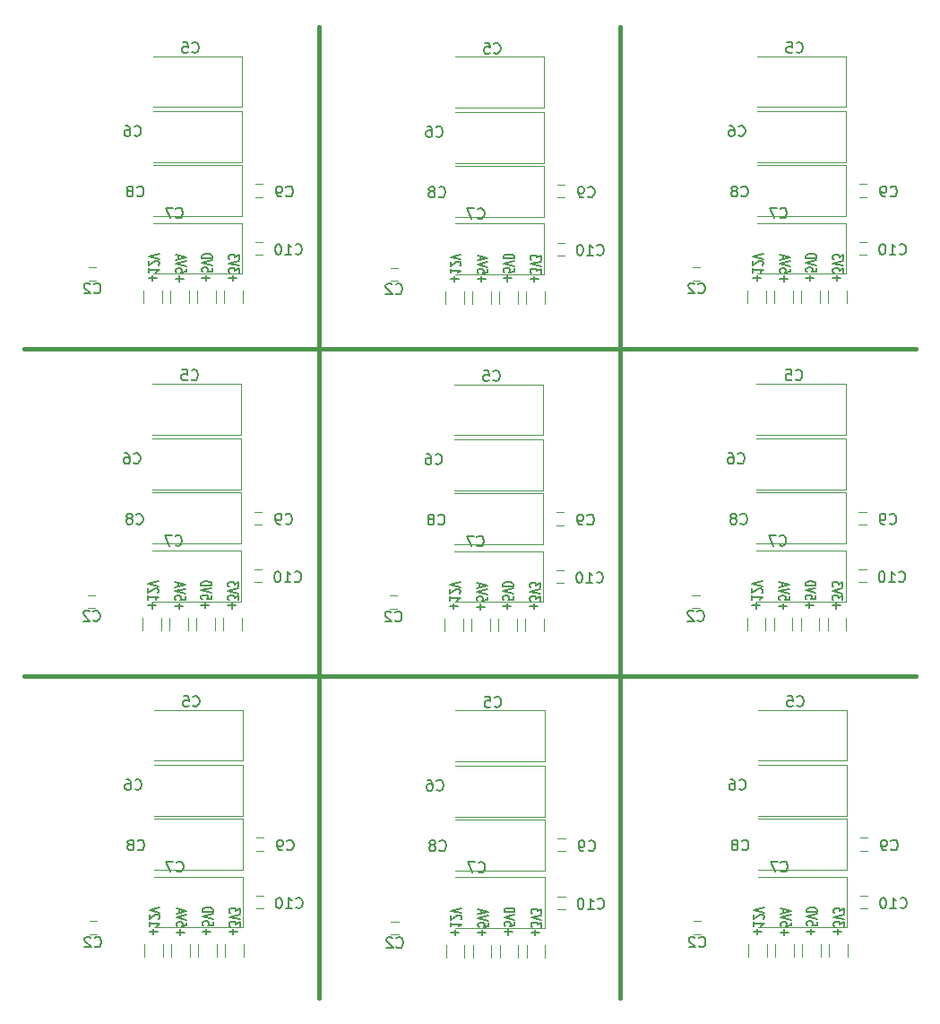
<source format=gbo>
G04 #@! TF.FileFunction,Legend,Bot*
%FSLAX46Y46*%
G04 Gerber Fmt 4.6, Leading zero omitted, Abs format (unit mm)*
G04 Created by KiCad (PCBNEW 4.0.5+dfsg1-4) date Wed Nov 21 21:13:56 2018*
%MOMM*%
%LPD*%
G01*
G04 APERTURE LIST*
%ADD10C,0.150000*%
%ADD11C,0.381000*%
%ADD12C,0.175000*%
%ADD13C,0.120000*%
G04 APERTURE END LIST*
D10*
D11*
X101028500Y-87503000D02*
X185229500Y-87503000D01*
X101028500Y-118427500D02*
X185229500Y-118427500D01*
X157353000Y-57086500D02*
X157353000Y-148780500D01*
X128905000Y-148780500D02*
X128905000Y-57086500D01*
D12*
X177855571Y-142838333D02*
X177855571Y-142305000D01*
X177474619Y-142571667D02*
X178236524Y-142571667D01*
X178474619Y-142038333D02*
X178474619Y-141605000D01*
X178093667Y-141838333D01*
X178093667Y-141738333D01*
X178046048Y-141671666D01*
X177998429Y-141638333D01*
X177903190Y-141605000D01*
X177665095Y-141605000D01*
X177569857Y-141638333D01*
X177522238Y-141671666D01*
X177474619Y-141738333D01*
X177474619Y-141938333D01*
X177522238Y-142005000D01*
X177569857Y-142038333D01*
X178474619Y-141404999D02*
X177474619Y-141171666D01*
X178474619Y-140938333D01*
X178474619Y-140771666D02*
X178474619Y-140338333D01*
X178093667Y-140571666D01*
X178093667Y-140471666D01*
X178046048Y-140404999D01*
X177998429Y-140371666D01*
X177903190Y-140338333D01*
X177665095Y-140338333D01*
X177569857Y-140371666D01*
X177522238Y-140404999D01*
X177474619Y-140471666D01*
X177474619Y-140671666D01*
X177522238Y-140738333D01*
X177569857Y-140771666D01*
X175315571Y-142791500D02*
X175315571Y-142258167D01*
X174934619Y-142524834D02*
X175696524Y-142524834D01*
X175934619Y-141591500D02*
X175934619Y-141924833D01*
X175458429Y-141958167D01*
X175506048Y-141924833D01*
X175553667Y-141858167D01*
X175553667Y-141691500D01*
X175506048Y-141624833D01*
X175458429Y-141591500D01*
X175363190Y-141558167D01*
X175125095Y-141558167D01*
X175029857Y-141591500D01*
X174982238Y-141624833D01*
X174934619Y-141691500D01*
X174934619Y-141858167D01*
X174982238Y-141924833D01*
X175029857Y-141958167D01*
X175934619Y-141358166D02*
X174934619Y-141124833D01*
X175934619Y-140891500D01*
X174934619Y-140658166D02*
X175934619Y-140658166D01*
X175934619Y-140491500D01*
X175887000Y-140391500D01*
X175791762Y-140324833D01*
X175696524Y-140291500D01*
X175506048Y-140258166D01*
X175363190Y-140258166D01*
X175172714Y-140291500D01*
X175077476Y-140324833D01*
X174982238Y-140391500D01*
X174934619Y-140491500D01*
X174934619Y-140658166D01*
X172839071Y-142868500D02*
X172839071Y-142335167D01*
X172458119Y-142601834D02*
X173220024Y-142601834D01*
X173458119Y-141668500D02*
X173458119Y-142001833D01*
X172981929Y-142035167D01*
X173029548Y-142001833D01*
X173077167Y-141935167D01*
X173077167Y-141768500D01*
X173029548Y-141701833D01*
X172981929Y-141668500D01*
X172886690Y-141635167D01*
X172648595Y-141635167D01*
X172553357Y-141668500D01*
X172505738Y-141701833D01*
X172458119Y-141768500D01*
X172458119Y-141935167D01*
X172505738Y-142001833D01*
X172553357Y-142035167D01*
X173458119Y-141435166D02*
X172458119Y-141201833D01*
X173458119Y-140968500D01*
X172743833Y-140768500D02*
X172743833Y-140435166D01*
X172458119Y-140835166D02*
X173458119Y-140601833D01*
X172458119Y-140368500D01*
X170299071Y-142838333D02*
X170299071Y-142305000D01*
X169918119Y-142571667D02*
X170680024Y-142571667D01*
X169918119Y-141605000D02*
X169918119Y-142005000D01*
X169918119Y-141805000D02*
X170918119Y-141805000D01*
X170775262Y-141871666D01*
X170680024Y-141938333D01*
X170632405Y-142005000D01*
X170822881Y-141338333D02*
X170870500Y-141304999D01*
X170918119Y-141238333D01*
X170918119Y-141071666D01*
X170870500Y-141004999D01*
X170822881Y-140971666D01*
X170727643Y-140938333D01*
X170632405Y-140938333D01*
X170489548Y-140971666D01*
X169918119Y-141371666D01*
X169918119Y-140938333D01*
X170918119Y-140738332D02*
X169918119Y-140504999D01*
X170918119Y-140271666D01*
X149280571Y-142901833D02*
X149280571Y-142368500D01*
X148899619Y-142635167D02*
X149661524Y-142635167D01*
X149899619Y-142101833D02*
X149899619Y-141668500D01*
X149518667Y-141901833D01*
X149518667Y-141801833D01*
X149471048Y-141735166D01*
X149423429Y-141701833D01*
X149328190Y-141668500D01*
X149090095Y-141668500D01*
X148994857Y-141701833D01*
X148947238Y-141735166D01*
X148899619Y-141801833D01*
X148899619Y-142001833D01*
X148947238Y-142068500D01*
X148994857Y-142101833D01*
X149899619Y-141468499D02*
X148899619Y-141235166D01*
X149899619Y-141001833D01*
X149899619Y-140835166D02*
X149899619Y-140401833D01*
X149518667Y-140635166D01*
X149518667Y-140535166D01*
X149471048Y-140468499D01*
X149423429Y-140435166D01*
X149328190Y-140401833D01*
X149090095Y-140401833D01*
X148994857Y-140435166D01*
X148947238Y-140468499D01*
X148899619Y-140535166D01*
X148899619Y-140735166D01*
X148947238Y-140801833D01*
X148994857Y-140835166D01*
X146740571Y-142855000D02*
X146740571Y-142321667D01*
X146359619Y-142588334D02*
X147121524Y-142588334D01*
X147359619Y-141655000D02*
X147359619Y-141988333D01*
X146883429Y-142021667D01*
X146931048Y-141988333D01*
X146978667Y-141921667D01*
X146978667Y-141755000D01*
X146931048Y-141688333D01*
X146883429Y-141655000D01*
X146788190Y-141621667D01*
X146550095Y-141621667D01*
X146454857Y-141655000D01*
X146407238Y-141688333D01*
X146359619Y-141755000D01*
X146359619Y-141921667D01*
X146407238Y-141988333D01*
X146454857Y-142021667D01*
X147359619Y-141421666D02*
X146359619Y-141188333D01*
X147359619Y-140955000D01*
X146359619Y-140721666D02*
X147359619Y-140721666D01*
X147359619Y-140555000D01*
X147312000Y-140455000D01*
X147216762Y-140388333D01*
X147121524Y-140355000D01*
X146931048Y-140321666D01*
X146788190Y-140321666D01*
X146597714Y-140355000D01*
X146502476Y-140388333D01*
X146407238Y-140455000D01*
X146359619Y-140555000D01*
X146359619Y-140721666D01*
X144264071Y-142932000D02*
X144264071Y-142398667D01*
X143883119Y-142665334D02*
X144645024Y-142665334D01*
X144883119Y-141732000D02*
X144883119Y-142065333D01*
X144406929Y-142098667D01*
X144454548Y-142065333D01*
X144502167Y-141998667D01*
X144502167Y-141832000D01*
X144454548Y-141765333D01*
X144406929Y-141732000D01*
X144311690Y-141698667D01*
X144073595Y-141698667D01*
X143978357Y-141732000D01*
X143930738Y-141765333D01*
X143883119Y-141832000D01*
X143883119Y-141998667D01*
X143930738Y-142065333D01*
X143978357Y-142098667D01*
X144883119Y-141498666D02*
X143883119Y-141265333D01*
X144883119Y-141032000D01*
X144168833Y-140832000D02*
X144168833Y-140498666D01*
X143883119Y-140898666D02*
X144883119Y-140665333D01*
X143883119Y-140432000D01*
X141724071Y-142901833D02*
X141724071Y-142368500D01*
X141343119Y-142635167D02*
X142105024Y-142635167D01*
X141343119Y-141668500D02*
X141343119Y-142068500D01*
X141343119Y-141868500D02*
X142343119Y-141868500D01*
X142200262Y-141935166D01*
X142105024Y-142001833D01*
X142057405Y-142068500D01*
X142247881Y-141401833D02*
X142295500Y-141368499D01*
X142343119Y-141301833D01*
X142343119Y-141135166D01*
X142295500Y-141068499D01*
X142247881Y-141035166D01*
X142152643Y-141001833D01*
X142057405Y-141001833D01*
X141914548Y-141035166D01*
X141343119Y-141435166D01*
X141343119Y-141001833D01*
X142343119Y-140801832D02*
X141343119Y-140568499D01*
X142343119Y-140335166D01*
X120769071Y-142838333D02*
X120769071Y-142305000D01*
X120388119Y-142571667D02*
X121150024Y-142571667D01*
X121388119Y-142038333D02*
X121388119Y-141605000D01*
X121007167Y-141838333D01*
X121007167Y-141738333D01*
X120959548Y-141671666D01*
X120911929Y-141638333D01*
X120816690Y-141605000D01*
X120578595Y-141605000D01*
X120483357Y-141638333D01*
X120435738Y-141671666D01*
X120388119Y-141738333D01*
X120388119Y-141938333D01*
X120435738Y-142005000D01*
X120483357Y-142038333D01*
X121388119Y-141404999D02*
X120388119Y-141171666D01*
X121388119Y-140938333D01*
X121388119Y-140771666D02*
X121388119Y-140338333D01*
X121007167Y-140571666D01*
X121007167Y-140471666D01*
X120959548Y-140404999D01*
X120911929Y-140371666D01*
X120816690Y-140338333D01*
X120578595Y-140338333D01*
X120483357Y-140371666D01*
X120435738Y-140404999D01*
X120388119Y-140471666D01*
X120388119Y-140671666D01*
X120435738Y-140738333D01*
X120483357Y-140771666D01*
X118229071Y-142791500D02*
X118229071Y-142258167D01*
X117848119Y-142524834D02*
X118610024Y-142524834D01*
X118848119Y-141591500D02*
X118848119Y-141924833D01*
X118371929Y-141958167D01*
X118419548Y-141924833D01*
X118467167Y-141858167D01*
X118467167Y-141691500D01*
X118419548Y-141624833D01*
X118371929Y-141591500D01*
X118276690Y-141558167D01*
X118038595Y-141558167D01*
X117943357Y-141591500D01*
X117895738Y-141624833D01*
X117848119Y-141691500D01*
X117848119Y-141858167D01*
X117895738Y-141924833D01*
X117943357Y-141958167D01*
X118848119Y-141358166D02*
X117848119Y-141124833D01*
X118848119Y-140891500D01*
X117848119Y-140658166D02*
X118848119Y-140658166D01*
X118848119Y-140491500D01*
X118800500Y-140391500D01*
X118705262Y-140324833D01*
X118610024Y-140291500D01*
X118419548Y-140258166D01*
X118276690Y-140258166D01*
X118086214Y-140291500D01*
X117990976Y-140324833D01*
X117895738Y-140391500D01*
X117848119Y-140491500D01*
X117848119Y-140658166D01*
X115752571Y-142868500D02*
X115752571Y-142335167D01*
X115371619Y-142601834D02*
X116133524Y-142601834D01*
X116371619Y-141668500D02*
X116371619Y-142001833D01*
X115895429Y-142035167D01*
X115943048Y-142001833D01*
X115990667Y-141935167D01*
X115990667Y-141768500D01*
X115943048Y-141701833D01*
X115895429Y-141668500D01*
X115800190Y-141635167D01*
X115562095Y-141635167D01*
X115466857Y-141668500D01*
X115419238Y-141701833D01*
X115371619Y-141768500D01*
X115371619Y-141935167D01*
X115419238Y-142001833D01*
X115466857Y-142035167D01*
X116371619Y-141435166D02*
X115371619Y-141201833D01*
X116371619Y-140968500D01*
X115657333Y-140768500D02*
X115657333Y-140435166D01*
X115371619Y-140835166D02*
X116371619Y-140601833D01*
X115371619Y-140368500D01*
X113212571Y-142838333D02*
X113212571Y-142305000D01*
X112831619Y-142571667D02*
X113593524Y-142571667D01*
X112831619Y-141605000D02*
X112831619Y-142005000D01*
X112831619Y-141805000D02*
X113831619Y-141805000D01*
X113688762Y-141871666D01*
X113593524Y-141938333D01*
X113545905Y-142005000D01*
X113736381Y-141338333D02*
X113784000Y-141304999D01*
X113831619Y-141238333D01*
X113831619Y-141071666D01*
X113784000Y-141004999D01*
X113736381Y-140971666D01*
X113641143Y-140938333D01*
X113545905Y-140938333D01*
X113403048Y-140971666D01*
X112831619Y-141371666D01*
X112831619Y-140938333D01*
X113831619Y-140738332D02*
X112831619Y-140504999D01*
X113831619Y-140271666D01*
X113085571Y-112040833D02*
X113085571Y-111507500D01*
X112704619Y-111774167D02*
X113466524Y-111774167D01*
X112704619Y-110807500D02*
X112704619Y-111207500D01*
X112704619Y-111007500D02*
X113704619Y-111007500D01*
X113561762Y-111074166D01*
X113466524Y-111140833D01*
X113418905Y-111207500D01*
X113609381Y-110540833D02*
X113657000Y-110507499D01*
X113704619Y-110440833D01*
X113704619Y-110274166D01*
X113657000Y-110207499D01*
X113609381Y-110174166D01*
X113514143Y-110140833D01*
X113418905Y-110140833D01*
X113276048Y-110174166D01*
X112704619Y-110574166D01*
X112704619Y-110140833D01*
X113704619Y-109940832D02*
X112704619Y-109707499D01*
X113704619Y-109474166D01*
X115625571Y-112071000D02*
X115625571Y-111537667D01*
X115244619Y-111804334D02*
X116006524Y-111804334D01*
X116244619Y-110871000D02*
X116244619Y-111204333D01*
X115768429Y-111237667D01*
X115816048Y-111204333D01*
X115863667Y-111137667D01*
X115863667Y-110971000D01*
X115816048Y-110904333D01*
X115768429Y-110871000D01*
X115673190Y-110837667D01*
X115435095Y-110837667D01*
X115339857Y-110871000D01*
X115292238Y-110904333D01*
X115244619Y-110971000D01*
X115244619Y-111137667D01*
X115292238Y-111204333D01*
X115339857Y-111237667D01*
X116244619Y-110637666D02*
X115244619Y-110404333D01*
X116244619Y-110171000D01*
X115530333Y-109971000D02*
X115530333Y-109637666D01*
X115244619Y-110037666D02*
X116244619Y-109804333D01*
X115244619Y-109571000D01*
X118102071Y-111994000D02*
X118102071Y-111460667D01*
X117721119Y-111727334D02*
X118483024Y-111727334D01*
X118721119Y-110794000D02*
X118721119Y-111127333D01*
X118244929Y-111160667D01*
X118292548Y-111127333D01*
X118340167Y-111060667D01*
X118340167Y-110894000D01*
X118292548Y-110827333D01*
X118244929Y-110794000D01*
X118149690Y-110760667D01*
X117911595Y-110760667D01*
X117816357Y-110794000D01*
X117768738Y-110827333D01*
X117721119Y-110894000D01*
X117721119Y-111060667D01*
X117768738Y-111127333D01*
X117816357Y-111160667D01*
X118721119Y-110560666D02*
X117721119Y-110327333D01*
X118721119Y-110094000D01*
X117721119Y-109860666D02*
X118721119Y-109860666D01*
X118721119Y-109694000D01*
X118673500Y-109594000D01*
X118578262Y-109527333D01*
X118483024Y-109494000D01*
X118292548Y-109460666D01*
X118149690Y-109460666D01*
X117959214Y-109494000D01*
X117863976Y-109527333D01*
X117768738Y-109594000D01*
X117721119Y-109694000D01*
X117721119Y-109860666D01*
X120642071Y-112040833D02*
X120642071Y-111507500D01*
X120261119Y-111774167D02*
X121023024Y-111774167D01*
X121261119Y-111240833D02*
X121261119Y-110807500D01*
X120880167Y-111040833D01*
X120880167Y-110940833D01*
X120832548Y-110874166D01*
X120784929Y-110840833D01*
X120689690Y-110807500D01*
X120451595Y-110807500D01*
X120356357Y-110840833D01*
X120308738Y-110874166D01*
X120261119Y-110940833D01*
X120261119Y-111140833D01*
X120308738Y-111207500D01*
X120356357Y-111240833D01*
X121261119Y-110607499D02*
X120261119Y-110374166D01*
X121261119Y-110140833D01*
X121261119Y-109974166D02*
X121261119Y-109540833D01*
X120880167Y-109774166D01*
X120880167Y-109674166D01*
X120832548Y-109607499D01*
X120784929Y-109574166D01*
X120689690Y-109540833D01*
X120451595Y-109540833D01*
X120356357Y-109574166D01*
X120308738Y-109607499D01*
X120261119Y-109674166D01*
X120261119Y-109874166D01*
X120308738Y-109940833D01*
X120356357Y-109974166D01*
X141597071Y-112104333D02*
X141597071Y-111571000D01*
X141216119Y-111837667D02*
X141978024Y-111837667D01*
X141216119Y-110871000D02*
X141216119Y-111271000D01*
X141216119Y-111071000D02*
X142216119Y-111071000D01*
X142073262Y-111137666D01*
X141978024Y-111204333D01*
X141930405Y-111271000D01*
X142120881Y-110604333D02*
X142168500Y-110570999D01*
X142216119Y-110504333D01*
X142216119Y-110337666D01*
X142168500Y-110270999D01*
X142120881Y-110237666D01*
X142025643Y-110204333D01*
X141930405Y-110204333D01*
X141787548Y-110237666D01*
X141216119Y-110637666D01*
X141216119Y-110204333D01*
X142216119Y-110004332D02*
X141216119Y-109770999D01*
X142216119Y-109537666D01*
X144137071Y-112134500D02*
X144137071Y-111601167D01*
X143756119Y-111867834D02*
X144518024Y-111867834D01*
X144756119Y-110934500D02*
X144756119Y-111267833D01*
X144279929Y-111301167D01*
X144327548Y-111267833D01*
X144375167Y-111201167D01*
X144375167Y-111034500D01*
X144327548Y-110967833D01*
X144279929Y-110934500D01*
X144184690Y-110901167D01*
X143946595Y-110901167D01*
X143851357Y-110934500D01*
X143803738Y-110967833D01*
X143756119Y-111034500D01*
X143756119Y-111201167D01*
X143803738Y-111267833D01*
X143851357Y-111301167D01*
X144756119Y-110701166D02*
X143756119Y-110467833D01*
X144756119Y-110234500D01*
X144041833Y-110034500D02*
X144041833Y-109701166D01*
X143756119Y-110101166D02*
X144756119Y-109867833D01*
X143756119Y-109634500D01*
X146613571Y-112057500D02*
X146613571Y-111524167D01*
X146232619Y-111790834D02*
X146994524Y-111790834D01*
X147232619Y-110857500D02*
X147232619Y-111190833D01*
X146756429Y-111224167D01*
X146804048Y-111190833D01*
X146851667Y-111124167D01*
X146851667Y-110957500D01*
X146804048Y-110890833D01*
X146756429Y-110857500D01*
X146661190Y-110824167D01*
X146423095Y-110824167D01*
X146327857Y-110857500D01*
X146280238Y-110890833D01*
X146232619Y-110957500D01*
X146232619Y-111124167D01*
X146280238Y-111190833D01*
X146327857Y-111224167D01*
X147232619Y-110624166D02*
X146232619Y-110390833D01*
X147232619Y-110157500D01*
X146232619Y-109924166D02*
X147232619Y-109924166D01*
X147232619Y-109757500D01*
X147185000Y-109657500D01*
X147089762Y-109590833D01*
X146994524Y-109557500D01*
X146804048Y-109524166D01*
X146661190Y-109524166D01*
X146470714Y-109557500D01*
X146375476Y-109590833D01*
X146280238Y-109657500D01*
X146232619Y-109757500D01*
X146232619Y-109924166D01*
X149153571Y-112104333D02*
X149153571Y-111571000D01*
X148772619Y-111837667D02*
X149534524Y-111837667D01*
X149772619Y-111304333D02*
X149772619Y-110871000D01*
X149391667Y-111104333D01*
X149391667Y-111004333D01*
X149344048Y-110937666D01*
X149296429Y-110904333D01*
X149201190Y-110871000D01*
X148963095Y-110871000D01*
X148867857Y-110904333D01*
X148820238Y-110937666D01*
X148772619Y-111004333D01*
X148772619Y-111204333D01*
X148820238Y-111271000D01*
X148867857Y-111304333D01*
X149772619Y-110670999D02*
X148772619Y-110437666D01*
X149772619Y-110204333D01*
X149772619Y-110037666D02*
X149772619Y-109604333D01*
X149391667Y-109837666D01*
X149391667Y-109737666D01*
X149344048Y-109670999D01*
X149296429Y-109637666D01*
X149201190Y-109604333D01*
X148963095Y-109604333D01*
X148867857Y-109637666D01*
X148820238Y-109670999D01*
X148772619Y-109737666D01*
X148772619Y-109937666D01*
X148820238Y-110004333D01*
X148867857Y-110037666D01*
X170172071Y-112040833D02*
X170172071Y-111507500D01*
X169791119Y-111774167D02*
X170553024Y-111774167D01*
X169791119Y-110807500D02*
X169791119Y-111207500D01*
X169791119Y-111007500D02*
X170791119Y-111007500D01*
X170648262Y-111074166D01*
X170553024Y-111140833D01*
X170505405Y-111207500D01*
X170695881Y-110540833D02*
X170743500Y-110507499D01*
X170791119Y-110440833D01*
X170791119Y-110274166D01*
X170743500Y-110207499D01*
X170695881Y-110174166D01*
X170600643Y-110140833D01*
X170505405Y-110140833D01*
X170362548Y-110174166D01*
X169791119Y-110574166D01*
X169791119Y-110140833D01*
X170791119Y-109940832D02*
X169791119Y-109707499D01*
X170791119Y-109474166D01*
X172712071Y-112071000D02*
X172712071Y-111537667D01*
X172331119Y-111804334D02*
X173093024Y-111804334D01*
X173331119Y-110871000D02*
X173331119Y-111204333D01*
X172854929Y-111237667D01*
X172902548Y-111204333D01*
X172950167Y-111137667D01*
X172950167Y-110971000D01*
X172902548Y-110904333D01*
X172854929Y-110871000D01*
X172759690Y-110837667D01*
X172521595Y-110837667D01*
X172426357Y-110871000D01*
X172378738Y-110904333D01*
X172331119Y-110971000D01*
X172331119Y-111137667D01*
X172378738Y-111204333D01*
X172426357Y-111237667D01*
X173331119Y-110637666D02*
X172331119Y-110404333D01*
X173331119Y-110171000D01*
X172616833Y-109971000D02*
X172616833Y-109637666D01*
X172331119Y-110037666D02*
X173331119Y-109804333D01*
X172331119Y-109571000D01*
X175188571Y-111994000D02*
X175188571Y-111460667D01*
X174807619Y-111727334D02*
X175569524Y-111727334D01*
X175807619Y-110794000D02*
X175807619Y-111127333D01*
X175331429Y-111160667D01*
X175379048Y-111127333D01*
X175426667Y-111060667D01*
X175426667Y-110894000D01*
X175379048Y-110827333D01*
X175331429Y-110794000D01*
X175236190Y-110760667D01*
X174998095Y-110760667D01*
X174902857Y-110794000D01*
X174855238Y-110827333D01*
X174807619Y-110894000D01*
X174807619Y-111060667D01*
X174855238Y-111127333D01*
X174902857Y-111160667D01*
X175807619Y-110560666D02*
X174807619Y-110327333D01*
X175807619Y-110094000D01*
X174807619Y-109860666D02*
X175807619Y-109860666D01*
X175807619Y-109694000D01*
X175760000Y-109594000D01*
X175664762Y-109527333D01*
X175569524Y-109494000D01*
X175379048Y-109460666D01*
X175236190Y-109460666D01*
X175045714Y-109494000D01*
X174950476Y-109527333D01*
X174855238Y-109594000D01*
X174807619Y-109694000D01*
X174807619Y-109860666D01*
X177728571Y-112040833D02*
X177728571Y-111507500D01*
X177347619Y-111774167D02*
X178109524Y-111774167D01*
X178347619Y-111240833D02*
X178347619Y-110807500D01*
X177966667Y-111040833D01*
X177966667Y-110940833D01*
X177919048Y-110874166D01*
X177871429Y-110840833D01*
X177776190Y-110807500D01*
X177538095Y-110807500D01*
X177442857Y-110840833D01*
X177395238Y-110874166D01*
X177347619Y-110940833D01*
X177347619Y-111140833D01*
X177395238Y-111207500D01*
X177442857Y-111240833D01*
X178347619Y-110607499D02*
X177347619Y-110374166D01*
X178347619Y-110140833D01*
X178347619Y-109974166D02*
X178347619Y-109540833D01*
X177966667Y-109774166D01*
X177966667Y-109674166D01*
X177919048Y-109607499D01*
X177871429Y-109574166D01*
X177776190Y-109540833D01*
X177538095Y-109540833D01*
X177442857Y-109574166D01*
X177395238Y-109607499D01*
X177347619Y-109674166D01*
X177347619Y-109874166D01*
X177395238Y-109940833D01*
X177442857Y-109974166D01*
X177792071Y-81116333D02*
X177792071Y-80583000D01*
X177411119Y-80849667D02*
X178173024Y-80849667D01*
X178411119Y-80316333D02*
X178411119Y-79883000D01*
X178030167Y-80116333D01*
X178030167Y-80016333D01*
X177982548Y-79949666D01*
X177934929Y-79916333D01*
X177839690Y-79883000D01*
X177601595Y-79883000D01*
X177506357Y-79916333D01*
X177458738Y-79949666D01*
X177411119Y-80016333D01*
X177411119Y-80216333D01*
X177458738Y-80283000D01*
X177506357Y-80316333D01*
X178411119Y-79682999D02*
X177411119Y-79449666D01*
X178411119Y-79216333D01*
X178411119Y-79049666D02*
X178411119Y-78616333D01*
X178030167Y-78849666D01*
X178030167Y-78749666D01*
X177982548Y-78682999D01*
X177934929Y-78649666D01*
X177839690Y-78616333D01*
X177601595Y-78616333D01*
X177506357Y-78649666D01*
X177458738Y-78682999D01*
X177411119Y-78749666D01*
X177411119Y-78949666D01*
X177458738Y-79016333D01*
X177506357Y-79049666D01*
X175252071Y-81069500D02*
X175252071Y-80536167D01*
X174871119Y-80802834D02*
X175633024Y-80802834D01*
X175871119Y-79869500D02*
X175871119Y-80202833D01*
X175394929Y-80236167D01*
X175442548Y-80202833D01*
X175490167Y-80136167D01*
X175490167Y-79969500D01*
X175442548Y-79902833D01*
X175394929Y-79869500D01*
X175299690Y-79836167D01*
X175061595Y-79836167D01*
X174966357Y-79869500D01*
X174918738Y-79902833D01*
X174871119Y-79969500D01*
X174871119Y-80136167D01*
X174918738Y-80202833D01*
X174966357Y-80236167D01*
X175871119Y-79636166D02*
X174871119Y-79402833D01*
X175871119Y-79169500D01*
X174871119Y-78936166D02*
X175871119Y-78936166D01*
X175871119Y-78769500D01*
X175823500Y-78669500D01*
X175728262Y-78602833D01*
X175633024Y-78569500D01*
X175442548Y-78536166D01*
X175299690Y-78536166D01*
X175109214Y-78569500D01*
X175013976Y-78602833D01*
X174918738Y-78669500D01*
X174871119Y-78769500D01*
X174871119Y-78936166D01*
X172775571Y-81146500D02*
X172775571Y-80613167D01*
X172394619Y-80879834D02*
X173156524Y-80879834D01*
X173394619Y-79946500D02*
X173394619Y-80279833D01*
X172918429Y-80313167D01*
X172966048Y-80279833D01*
X173013667Y-80213167D01*
X173013667Y-80046500D01*
X172966048Y-79979833D01*
X172918429Y-79946500D01*
X172823190Y-79913167D01*
X172585095Y-79913167D01*
X172489857Y-79946500D01*
X172442238Y-79979833D01*
X172394619Y-80046500D01*
X172394619Y-80213167D01*
X172442238Y-80279833D01*
X172489857Y-80313167D01*
X173394619Y-79713166D02*
X172394619Y-79479833D01*
X173394619Y-79246500D01*
X172680333Y-79046500D02*
X172680333Y-78713166D01*
X172394619Y-79113166D02*
X173394619Y-78879833D01*
X172394619Y-78646500D01*
X170235571Y-81116333D02*
X170235571Y-80583000D01*
X169854619Y-80849667D02*
X170616524Y-80849667D01*
X169854619Y-79883000D02*
X169854619Y-80283000D01*
X169854619Y-80083000D02*
X170854619Y-80083000D01*
X170711762Y-80149666D01*
X170616524Y-80216333D01*
X170568905Y-80283000D01*
X170759381Y-79616333D02*
X170807000Y-79582999D01*
X170854619Y-79516333D01*
X170854619Y-79349666D01*
X170807000Y-79282999D01*
X170759381Y-79249666D01*
X170664143Y-79216333D01*
X170568905Y-79216333D01*
X170426048Y-79249666D01*
X169854619Y-79649666D01*
X169854619Y-79216333D01*
X170854619Y-79016332D02*
X169854619Y-78782999D01*
X170854619Y-78549666D01*
X149217071Y-81179833D02*
X149217071Y-80646500D01*
X148836119Y-80913167D02*
X149598024Y-80913167D01*
X149836119Y-80379833D02*
X149836119Y-79946500D01*
X149455167Y-80179833D01*
X149455167Y-80079833D01*
X149407548Y-80013166D01*
X149359929Y-79979833D01*
X149264690Y-79946500D01*
X149026595Y-79946500D01*
X148931357Y-79979833D01*
X148883738Y-80013166D01*
X148836119Y-80079833D01*
X148836119Y-80279833D01*
X148883738Y-80346500D01*
X148931357Y-80379833D01*
X149836119Y-79746499D02*
X148836119Y-79513166D01*
X149836119Y-79279833D01*
X149836119Y-79113166D02*
X149836119Y-78679833D01*
X149455167Y-78913166D01*
X149455167Y-78813166D01*
X149407548Y-78746499D01*
X149359929Y-78713166D01*
X149264690Y-78679833D01*
X149026595Y-78679833D01*
X148931357Y-78713166D01*
X148883738Y-78746499D01*
X148836119Y-78813166D01*
X148836119Y-79013166D01*
X148883738Y-79079833D01*
X148931357Y-79113166D01*
X146677071Y-81133000D02*
X146677071Y-80599667D01*
X146296119Y-80866334D02*
X147058024Y-80866334D01*
X147296119Y-79933000D02*
X147296119Y-80266333D01*
X146819929Y-80299667D01*
X146867548Y-80266333D01*
X146915167Y-80199667D01*
X146915167Y-80033000D01*
X146867548Y-79966333D01*
X146819929Y-79933000D01*
X146724690Y-79899667D01*
X146486595Y-79899667D01*
X146391357Y-79933000D01*
X146343738Y-79966333D01*
X146296119Y-80033000D01*
X146296119Y-80199667D01*
X146343738Y-80266333D01*
X146391357Y-80299667D01*
X147296119Y-79699666D02*
X146296119Y-79466333D01*
X147296119Y-79233000D01*
X146296119Y-78999666D02*
X147296119Y-78999666D01*
X147296119Y-78833000D01*
X147248500Y-78733000D01*
X147153262Y-78666333D01*
X147058024Y-78633000D01*
X146867548Y-78599666D01*
X146724690Y-78599666D01*
X146534214Y-78633000D01*
X146438976Y-78666333D01*
X146343738Y-78733000D01*
X146296119Y-78833000D01*
X146296119Y-78999666D01*
X144200571Y-81210000D02*
X144200571Y-80676667D01*
X143819619Y-80943334D02*
X144581524Y-80943334D01*
X144819619Y-80010000D02*
X144819619Y-80343333D01*
X144343429Y-80376667D01*
X144391048Y-80343333D01*
X144438667Y-80276667D01*
X144438667Y-80110000D01*
X144391048Y-80043333D01*
X144343429Y-80010000D01*
X144248190Y-79976667D01*
X144010095Y-79976667D01*
X143914857Y-80010000D01*
X143867238Y-80043333D01*
X143819619Y-80110000D01*
X143819619Y-80276667D01*
X143867238Y-80343333D01*
X143914857Y-80376667D01*
X144819619Y-79776666D02*
X143819619Y-79543333D01*
X144819619Y-79310000D01*
X144105333Y-79110000D02*
X144105333Y-78776666D01*
X143819619Y-79176666D02*
X144819619Y-78943333D01*
X143819619Y-78710000D01*
X141660571Y-81179833D02*
X141660571Y-80646500D01*
X141279619Y-80913167D02*
X142041524Y-80913167D01*
X141279619Y-79946500D02*
X141279619Y-80346500D01*
X141279619Y-80146500D02*
X142279619Y-80146500D01*
X142136762Y-80213166D01*
X142041524Y-80279833D01*
X141993905Y-80346500D01*
X142184381Y-79679833D02*
X142232000Y-79646499D01*
X142279619Y-79579833D01*
X142279619Y-79413166D01*
X142232000Y-79346499D01*
X142184381Y-79313166D01*
X142089143Y-79279833D01*
X141993905Y-79279833D01*
X141851048Y-79313166D01*
X141279619Y-79713166D01*
X141279619Y-79279833D01*
X142279619Y-79079832D02*
X141279619Y-78846499D01*
X142279619Y-78613166D01*
X120705571Y-81116333D02*
X120705571Y-80583000D01*
X120324619Y-80849667D02*
X121086524Y-80849667D01*
X121324619Y-80316333D02*
X121324619Y-79883000D01*
X120943667Y-80116333D01*
X120943667Y-80016333D01*
X120896048Y-79949666D01*
X120848429Y-79916333D01*
X120753190Y-79883000D01*
X120515095Y-79883000D01*
X120419857Y-79916333D01*
X120372238Y-79949666D01*
X120324619Y-80016333D01*
X120324619Y-80216333D01*
X120372238Y-80283000D01*
X120419857Y-80316333D01*
X121324619Y-79682999D02*
X120324619Y-79449666D01*
X121324619Y-79216333D01*
X121324619Y-79049666D02*
X121324619Y-78616333D01*
X120943667Y-78849666D01*
X120943667Y-78749666D01*
X120896048Y-78682999D01*
X120848429Y-78649666D01*
X120753190Y-78616333D01*
X120515095Y-78616333D01*
X120419857Y-78649666D01*
X120372238Y-78682999D01*
X120324619Y-78749666D01*
X120324619Y-78949666D01*
X120372238Y-79016333D01*
X120419857Y-79049666D01*
X118165571Y-81069500D02*
X118165571Y-80536167D01*
X117784619Y-80802834D02*
X118546524Y-80802834D01*
X118784619Y-79869500D02*
X118784619Y-80202833D01*
X118308429Y-80236167D01*
X118356048Y-80202833D01*
X118403667Y-80136167D01*
X118403667Y-79969500D01*
X118356048Y-79902833D01*
X118308429Y-79869500D01*
X118213190Y-79836167D01*
X117975095Y-79836167D01*
X117879857Y-79869500D01*
X117832238Y-79902833D01*
X117784619Y-79969500D01*
X117784619Y-80136167D01*
X117832238Y-80202833D01*
X117879857Y-80236167D01*
X118784619Y-79636166D02*
X117784619Y-79402833D01*
X118784619Y-79169500D01*
X117784619Y-78936166D02*
X118784619Y-78936166D01*
X118784619Y-78769500D01*
X118737000Y-78669500D01*
X118641762Y-78602833D01*
X118546524Y-78569500D01*
X118356048Y-78536166D01*
X118213190Y-78536166D01*
X118022714Y-78569500D01*
X117927476Y-78602833D01*
X117832238Y-78669500D01*
X117784619Y-78769500D01*
X117784619Y-78936166D01*
X115689071Y-81146500D02*
X115689071Y-80613167D01*
X115308119Y-80879834D02*
X116070024Y-80879834D01*
X116308119Y-79946500D02*
X116308119Y-80279833D01*
X115831929Y-80313167D01*
X115879548Y-80279833D01*
X115927167Y-80213167D01*
X115927167Y-80046500D01*
X115879548Y-79979833D01*
X115831929Y-79946500D01*
X115736690Y-79913167D01*
X115498595Y-79913167D01*
X115403357Y-79946500D01*
X115355738Y-79979833D01*
X115308119Y-80046500D01*
X115308119Y-80213167D01*
X115355738Y-80279833D01*
X115403357Y-80313167D01*
X116308119Y-79713166D02*
X115308119Y-79479833D01*
X116308119Y-79246500D01*
X115593833Y-79046500D02*
X115593833Y-78713166D01*
X115308119Y-79113166D02*
X116308119Y-78879833D01*
X115308119Y-78646500D01*
X113149071Y-81116333D02*
X113149071Y-80583000D01*
X112768119Y-80849667D02*
X113530024Y-80849667D01*
X112768119Y-79883000D02*
X112768119Y-80283000D01*
X112768119Y-80083000D02*
X113768119Y-80083000D01*
X113625262Y-80149666D01*
X113530024Y-80216333D01*
X113482405Y-80283000D01*
X113672881Y-79616333D02*
X113720500Y-79582999D01*
X113768119Y-79516333D01*
X113768119Y-79349666D01*
X113720500Y-79282999D01*
X113672881Y-79249666D01*
X113577643Y-79216333D01*
X113482405Y-79216333D01*
X113339548Y-79249666D01*
X112768119Y-79649666D01*
X112768119Y-79216333D01*
X113768119Y-79016332D02*
X112768119Y-78782999D01*
X113768119Y-78549666D01*
D13*
X169427000Y-143735500D02*
X169427000Y-144935500D01*
X171187000Y-144935500D02*
X171187000Y-143735500D01*
X171967000Y-143735500D02*
X171967000Y-144935500D01*
X173727000Y-144935500D02*
X173727000Y-143735500D01*
X174507000Y-143735500D02*
X174507000Y-144935500D01*
X176267000Y-144935500D02*
X176267000Y-143735500D01*
X177047000Y-143735500D02*
X177047000Y-144935500D01*
X178807000Y-144935500D02*
X178807000Y-143735500D01*
X180690000Y-139163500D02*
X179990000Y-139163500D01*
X179990000Y-140363500D02*
X180690000Y-140363500D01*
X180690000Y-133702500D02*
X179990000Y-133702500D01*
X179990000Y-134902500D02*
X180690000Y-134902500D01*
X178740000Y-131902500D02*
X170340000Y-131902500D01*
X178740000Y-136702500D02*
X170340000Y-136702500D01*
X178740000Y-131902500D02*
X178740000Y-136702500D01*
X178740000Y-126822500D02*
X170340000Y-126822500D01*
X178740000Y-131622500D02*
X170340000Y-131622500D01*
X178740000Y-126822500D02*
X178740000Y-131622500D01*
X178740000Y-121615500D02*
X170340000Y-121615500D01*
X178740000Y-126415500D02*
X170340000Y-126415500D01*
X178740000Y-121615500D02*
X178740000Y-126415500D01*
X164242000Y-142776500D02*
X164942000Y-142776500D01*
X164942000Y-141576500D02*
X164242000Y-141576500D01*
X178740000Y-137363500D02*
X170340000Y-137363500D01*
X178740000Y-142163500D02*
X170340000Y-142163500D01*
X178740000Y-137363500D02*
X178740000Y-142163500D01*
X140852000Y-143799000D02*
X140852000Y-144999000D01*
X142612000Y-144999000D02*
X142612000Y-143799000D01*
X143392000Y-143799000D02*
X143392000Y-144999000D01*
X145152000Y-144999000D02*
X145152000Y-143799000D01*
X145932000Y-143799000D02*
X145932000Y-144999000D01*
X147692000Y-144999000D02*
X147692000Y-143799000D01*
X148472000Y-143799000D02*
X148472000Y-144999000D01*
X150232000Y-144999000D02*
X150232000Y-143799000D01*
X152115000Y-139227000D02*
X151415000Y-139227000D01*
X151415000Y-140427000D02*
X152115000Y-140427000D01*
X152115000Y-133766000D02*
X151415000Y-133766000D01*
X151415000Y-134966000D02*
X152115000Y-134966000D01*
X150165000Y-131966000D02*
X141765000Y-131966000D01*
X150165000Y-136766000D02*
X141765000Y-136766000D01*
X150165000Y-131966000D02*
X150165000Y-136766000D01*
X150165000Y-126886000D02*
X141765000Y-126886000D01*
X150165000Y-131686000D02*
X141765000Y-131686000D01*
X150165000Y-126886000D02*
X150165000Y-131686000D01*
X150165000Y-121679000D02*
X141765000Y-121679000D01*
X150165000Y-126479000D02*
X141765000Y-126479000D01*
X150165000Y-121679000D02*
X150165000Y-126479000D01*
X135667000Y-142840000D02*
X136367000Y-142840000D01*
X136367000Y-141640000D02*
X135667000Y-141640000D01*
X150165000Y-137427000D02*
X141765000Y-137427000D01*
X150165000Y-142227000D02*
X141765000Y-142227000D01*
X150165000Y-137427000D02*
X150165000Y-142227000D01*
X112340500Y-143735500D02*
X112340500Y-144935500D01*
X114100500Y-144935500D02*
X114100500Y-143735500D01*
X114880500Y-143735500D02*
X114880500Y-144935500D01*
X116640500Y-144935500D02*
X116640500Y-143735500D01*
X117420500Y-143735500D02*
X117420500Y-144935500D01*
X119180500Y-144935500D02*
X119180500Y-143735500D01*
X119960500Y-143735500D02*
X119960500Y-144935500D01*
X121720500Y-144935500D02*
X121720500Y-143735500D01*
X123603500Y-139163500D02*
X122903500Y-139163500D01*
X122903500Y-140363500D02*
X123603500Y-140363500D01*
X123603500Y-133702500D02*
X122903500Y-133702500D01*
X122903500Y-134902500D02*
X123603500Y-134902500D01*
X121653500Y-131902500D02*
X113253500Y-131902500D01*
X121653500Y-136702500D02*
X113253500Y-136702500D01*
X121653500Y-131902500D02*
X121653500Y-136702500D01*
X121653500Y-126822500D02*
X113253500Y-126822500D01*
X121653500Y-131622500D02*
X113253500Y-131622500D01*
X121653500Y-126822500D02*
X121653500Y-131622500D01*
X121653500Y-121615500D02*
X113253500Y-121615500D01*
X121653500Y-126415500D02*
X113253500Y-126415500D01*
X121653500Y-121615500D02*
X121653500Y-126415500D01*
X107155500Y-142776500D02*
X107855500Y-142776500D01*
X107855500Y-141576500D02*
X107155500Y-141576500D01*
X121653500Y-137363500D02*
X113253500Y-137363500D01*
X121653500Y-142163500D02*
X113253500Y-142163500D01*
X121653500Y-137363500D02*
X121653500Y-142163500D01*
X121526500Y-106566000D02*
X113126500Y-106566000D01*
X121526500Y-111366000D02*
X113126500Y-111366000D01*
X121526500Y-106566000D02*
X121526500Y-111366000D01*
X107028500Y-111979000D02*
X107728500Y-111979000D01*
X107728500Y-110779000D02*
X107028500Y-110779000D01*
X121526500Y-90818000D02*
X113126500Y-90818000D01*
X121526500Y-95618000D02*
X113126500Y-95618000D01*
X121526500Y-90818000D02*
X121526500Y-95618000D01*
X121526500Y-96025000D02*
X113126500Y-96025000D01*
X121526500Y-100825000D02*
X113126500Y-100825000D01*
X121526500Y-96025000D02*
X121526500Y-100825000D01*
X121526500Y-101105000D02*
X113126500Y-101105000D01*
X121526500Y-105905000D02*
X113126500Y-105905000D01*
X121526500Y-101105000D02*
X121526500Y-105905000D01*
X123476500Y-102905000D02*
X122776500Y-102905000D01*
X122776500Y-104105000D02*
X123476500Y-104105000D01*
X123476500Y-108366000D02*
X122776500Y-108366000D01*
X122776500Y-109566000D02*
X123476500Y-109566000D01*
X119833500Y-112938000D02*
X119833500Y-114138000D01*
X121593500Y-114138000D02*
X121593500Y-112938000D01*
X117293500Y-112938000D02*
X117293500Y-114138000D01*
X119053500Y-114138000D02*
X119053500Y-112938000D01*
X114753500Y-112938000D02*
X114753500Y-114138000D01*
X116513500Y-114138000D02*
X116513500Y-112938000D01*
X112213500Y-112938000D02*
X112213500Y-114138000D01*
X113973500Y-114138000D02*
X113973500Y-112938000D01*
X150038000Y-106629500D02*
X141638000Y-106629500D01*
X150038000Y-111429500D02*
X141638000Y-111429500D01*
X150038000Y-106629500D02*
X150038000Y-111429500D01*
X135540000Y-112042500D02*
X136240000Y-112042500D01*
X136240000Y-110842500D02*
X135540000Y-110842500D01*
X150038000Y-90881500D02*
X141638000Y-90881500D01*
X150038000Y-95681500D02*
X141638000Y-95681500D01*
X150038000Y-90881500D02*
X150038000Y-95681500D01*
X150038000Y-96088500D02*
X141638000Y-96088500D01*
X150038000Y-100888500D02*
X141638000Y-100888500D01*
X150038000Y-96088500D02*
X150038000Y-100888500D01*
X150038000Y-101168500D02*
X141638000Y-101168500D01*
X150038000Y-105968500D02*
X141638000Y-105968500D01*
X150038000Y-101168500D02*
X150038000Y-105968500D01*
X151988000Y-102968500D02*
X151288000Y-102968500D01*
X151288000Y-104168500D02*
X151988000Y-104168500D01*
X151988000Y-108429500D02*
X151288000Y-108429500D01*
X151288000Y-109629500D02*
X151988000Y-109629500D01*
X148345000Y-113001500D02*
X148345000Y-114201500D01*
X150105000Y-114201500D02*
X150105000Y-113001500D01*
X145805000Y-113001500D02*
X145805000Y-114201500D01*
X147565000Y-114201500D02*
X147565000Y-113001500D01*
X143265000Y-113001500D02*
X143265000Y-114201500D01*
X145025000Y-114201500D02*
X145025000Y-113001500D01*
X140725000Y-113001500D02*
X140725000Y-114201500D01*
X142485000Y-114201500D02*
X142485000Y-113001500D01*
X178613000Y-106566000D02*
X170213000Y-106566000D01*
X178613000Y-111366000D02*
X170213000Y-111366000D01*
X178613000Y-106566000D02*
X178613000Y-111366000D01*
X164115000Y-111979000D02*
X164815000Y-111979000D01*
X164815000Y-110779000D02*
X164115000Y-110779000D01*
X178613000Y-90818000D02*
X170213000Y-90818000D01*
X178613000Y-95618000D02*
X170213000Y-95618000D01*
X178613000Y-90818000D02*
X178613000Y-95618000D01*
X178613000Y-96025000D02*
X170213000Y-96025000D01*
X178613000Y-100825000D02*
X170213000Y-100825000D01*
X178613000Y-96025000D02*
X178613000Y-100825000D01*
X178613000Y-101105000D02*
X170213000Y-101105000D01*
X178613000Y-105905000D02*
X170213000Y-105905000D01*
X178613000Y-101105000D02*
X178613000Y-105905000D01*
X180563000Y-102905000D02*
X179863000Y-102905000D01*
X179863000Y-104105000D02*
X180563000Y-104105000D01*
X180563000Y-108366000D02*
X179863000Y-108366000D01*
X179863000Y-109566000D02*
X180563000Y-109566000D01*
X176920000Y-112938000D02*
X176920000Y-114138000D01*
X178680000Y-114138000D02*
X178680000Y-112938000D01*
X174380000Y-112938000D02*
X174380000Y-114138000D01*
X176140000Y-114138000D02*
X176140000Y-112938000D01*
X171840000Y-112938000D02*
X171840000Y-114138000D01*
X173600000Y-114138000D02*
X173600000Y-112938000D01*
X169300000Y-112938000D02*
X169300000Y-114138000D01*
X171060000Y-114138000D02*
X171060000Y-112938000D01*
X169363500Y-82013500D02*
X169363500Y-83213500D01*
X171123500Y-83213500D02*
X171123500Y-82013500D01*
X171903500Y-82013500D02*
X171903500Y-83213500D01*
X173663500Y-83213500D02*
X173663500Y-82013500D01*
X174443500Y-82013500D02*
X174443500Y-83213500D01*
X176203500Y-83213500D02*
X176203500Y-82013500D01*
X176983500Y-82013500D02*
X176983500Y-83213500D01*
X178743500Y-83213500D02*
X178743500Y-82013500D01*
X180626500Y-77441500D02*
X179926500Y-77441500D01*
X179926500Y-78641500D02*
X180626500Y-78641500D01*
X180626500Y-71980500D02*
X179926500Y-71980500D01*
X179926500Y-73180500D02*
X180626500Y-73180500D01*
X178676500Y-70180500D02*
X170276500Y-70180500D01*
X178676500Y-74980500D02*
X170276500Y-74980500D01*
X178676500Y-70180500D02*
X178676500Y-74980500D01*
X178676500Y-65100500D02*
X170276500Y-65100500D01*
X178676500Y-69900500D02*
X170276500Y-69900500D01*
X178676500Y-65100500D02*
X178676500Y-69900500D01*
X178676500Y-59893500D02*
X170276500Y-59893500D01*
X178676500Y-64693500D02*
X170276500Y-64693500D01*
X178676500Y-59893500D02*
X178676500Y-64693500D01*
X164178500Y-81054500D02*
X164878500Y-81054500D01*
X164878500Y-79854500D02*
X164178500Y-79854500D01*
X178676500Y-75641500D02*
X170276500Y-75641500D01*
X178676500Y-80441500D02*
X170276500Y-80441500D01*
X178676500Y-75641500D02*
X178676500Y-80441500D01*
X140788500Y-82077000D02*
X140788500Y-83277000D01*
X142548500Y-83277000D02*
X142548500Y-82077000D01*
X143328500Y-82077000D02*
X143328500Y-83277000D01*
X145088500Y-83277000D02*
X145088500Y-82077000D01*
X145868500Y-82077000D02*
X145868500Y-83277000D01*
X147628500Y-83277000D02*
X147628500Y-82077000D01*
X148408500Y-82077000D02*
X148408500Y-83277000D01*
X150168500Y-83277000D02*
X150168500Y-82077000D01*
X152051500Y-77505000D02*
X151351500Y-77505000D01*
X151351500Y-78705000D02*
X152051500Y-78705000D01*
X152051500Y-72044000D02*
X151351500Y-72044000D01*
X151351500Y-73244000D02*
X152051500Y-73244000D01*
X150101500Y-70244000D02*
X141701500Y-70244000D01*
X150101500Y-75044000D02*
X141701500Y-75044000D01*
X150101500Y-70244000D02*
X150101500Y-75044000D01*
X150101500Y-65164000D02*
X141701500Y-65164000D01*
X150101500Y-69964000D02*
X141701500Y-69964000D01*
X150101500Y-65164000D02*
X150101500Y-69964000D01*
X150101500Y-59957000D02*
X141701500Y-59957000D01*
X150101500Y-64757000D02*
X141701500Y-64757000D01*
X150101500Y-59957000D02*
X150101500Y-64757000D01*
X135603500Y-81118000D02*
X136303500Y-81118000D01*
X136303500Y-79918000D02*
X135603500Y-79918000D01*
X150101500Y-75705000D02*
X141701500Y-75705000D01*
X150101500Y-80505000D02*
X141701500Y-80505000D01*
X150101500Y-75705000D02*
X150101500Y-80505000D01*
X112277000Y-82013500D02*
X112277000Y-83213500D01*
X114037000Y-83213500D02*
X114037000Y-82013500D01*
X114817000Y-82013500D02*
X114817000Y-83213500D01*
X116577000Y-83213500D02*
X116577000Y-82013500D01*
X117357000Y-82013500D02*
X117357000Y-83213500D01*
X119117000Y-83213500D02*
X119117000Y-82013500D01*
X119897000Y-82013500D02*
X119897000Y-83213500D01*
X121657000Y-83213500D02*
X121657000Y-82013500D01*
X123540000Y-77441500D02*
X122840000Y-77441500D01*
X122840000Y-78641500D02*
X123540000Y-78641500D01*
X123540000Y-71980500D02*
X122840000Y-71980500D01*
X122840000Y-73180500D02*
X123540000Y-73180500D01*
X121590000Y-70180500D02*
X113190000Y-70180500D01*
X121590000Y-74980500D02*
X113190000Y-74980500D01*
X121590000Y-70180500D02*
X121590000Y-74980500D01*
X121590000Y-65100500D02*
X113190000Y-65100500D01*
X121590000Y-69900500D02*
X113190000Y-69900500D01*
X121590000Y-65100500D02*
X121590000Y-69900500D01*
X121590000Y-59893500D02*
X113190000Y-59893500D01*
X121590000Y-64693500D02*
X113190000Y-64693500D01*
X121590000Y-59893500D02*
X121590000Y-64693500D01*
X107092000Y-81054500D02*
X107792000Y-81054500D01*
X107792000Y-79854500D02*
X107092000Y-79854500D01*
X121590000Y-75641500D02*
X113190000Y-75641500D01*
X121590000Y-80441500D02*
X113190000Y-80441500D01*
X121590000Y-75641500D02*
X121590000Y-80441500D01*
D10*
X183776857Y-140247643D02*
X183824476Y-140295262D01*
X183967333Y-140342881D01*
X184062571Y-140342881D01*
X184205429Y-140295262D01*
X184300667Y-140200024D01*
X184348286Y-140104786D01*
X184395905Y-139914310D01*
X184395905Y-139771452D01*
X184348286Y-139580976D01*
X184300667Y-139485738D01*
X184205429Y-139390500D01*
X184062571Y-139342881D01*
X183967333Y-139342881D01*
X183824476Y-139390500D01*
X183776857Y-139438119D01*
X182824476Y-140342881D02*
X183395905Y-140342881D01*
X183110191Y-140342881D02*
X183110191Y-139342881D01*
X183205429Y-139485738D01*
X183300667Y-139580976D01*
X183395905Y-139628595D01*
X182205429Y-139342881D02*
X182110190Y-139342881D01*
X182014952Y-139390500D01*
X181967333Y-139438119D01*
X181919714Y-139533357D01*
X181872095Y-139723833D01*
X181872095Y-139961929D01*
X181919714Y-140152405D01*
X181967333Y-140247643D01*
X182014952Y-140295262D01*
X182110190Y-140342881D01*
X182205429Y-140342881D01*
X182300667Y-140295262D01*
X182348286Y-140247643D01*
X182395905Y-140152405D01*
X182443524Y-139961929D01*
X182443524Y-139723833D01*
X182395905Y-139533357D01*
X182348286Y-139438119D01*
X182300667Y-139390500D01*
X182205429Y-139342881D01*
X182919666Y-134786643D02*
X182967285Y-134834262D01*
X183110142Y-134881881D01*
X183205380Y-134881881D01*
X183348238Y-134834262D01*
X183443476Y-134739024D01*
X183491095Y-134643786D01*
X183538714Y-134453310D01*
X183538714Y-134310452D01*
X183491095Y-134119976D01*
X183443476Y-134024738D01*
X183348238Y-133929500D01*
X183205380Y-133881881D01*
X183110142Y-133881881D01*
X182967285Y-133929500D01*
X182919666Y-133977119D01*
X182443476Y-134881881D02*
X182253000Y-134881881D01*
X182157761Y-134834262D01*
X182110142Y-134786643D01*
X182014904Y-134643786D01*
X181967285Y-134453310D01*
X181967285Y-134072357D01*
X182014904Y-133977119D01*
X182062523Y-133929500D01*
X182157761Y-133881881D01*
X182348238Y-133881881D01*
X182443476Y-133929500D01*
X182491095Y-133977119D01*
X182538714Y-134072357D01*
X182538714Y-134310452D01*
X182491095Y-134405690D01*
X182443476Y-134453310D01*
X182348238Y-134500929D01*
X182157761Y-134500929D01*
X182062523Y-134453310D01*
X182014904Y-134405690D01*
X181967285Y-134310452D01*
X168822666Y-134786643D02*
X168870285Y-134834262D01*
X169013142Y-134881881D01*
X169108380Y-134881881D01*
X169251238Y-134834262D01*
X169346476Y-134739024D01*
X169394095Y-134643786D01*
X169441714Y-134453310D01*
X169441714Y-134310452D01*
X169394095Y-134119976D01*
X169346476Y-134024738D01*
X169251238Y-133929500D01*
X169108380Y-133881881D01*
X169013142Y-133881881D01*
X168870285Y-133929500D01*
X168822666Y-133977119D01*
X168251238Y-134310452D02*
X168346476Y-134262833D01*
X168394095Y-134215214D01*
X168441714Y-134119976D01*
X168441714Y-134072357D01*
X168394095Y-133977119D01*
X168346476Y-133929500D01*
X168251238Y-133881881D01*
X168060761Y-133881881D01*
X167965523Y-133929500D01*
X167917904Y-133977119D01*
X167870285Y-134072357D01*
X167870285Y-134119976D01*
X167917904Y-134215214D01*
X167965523Y-134262833D01*
X168060761Y-134310452D01*
X168251238Y-134310452D01*
X168346476Y-134358071D01*
X168394095Y-134405690D01*
X168441714Y-134500929D01*
X168441714Y-134691405D01*
X168394095Y-134786643D01*
X168346476Y-134834262D01*
X168251238Y-134881881D01*
X168060761Y-134881881D01*
X167965523Y-134834262D01*
X167917904Y-134786643D01*
X167870285Y-134691405D01*
X167870285Y-134500929D01*
X167917904Y-134405690D01*
X167965523Y-134358071D01*
X168060761Y-134310452D01*
X168568666Y-129071643D02*
X168616285Y-129119262D01*
X168759142Y-129166881D01*
X168854380Y-129166881D01*
X168997238Y-129119262D01*
X169092476Y-129024024D01*
X169140095Y-128928786D01*
X169187714Y-128738310D01*
X169187714Y-128595452D01*
X169140095Y-128404976D01*
X169092476Y-128309738D01*
X168997238Y-128214500D01*
X168854380Y-128166881D01*
X168759142Y-128166881D01*
X168616285Y-128214500D01*
X168568666Y-128262119D01*
X167711523Y-128166881D02*
X167902000Y-128166881D01*
X167997238Y-128214500D01*
X168044857Y-128262119D01*
X168140095Y-128404976D01*
X168187714Y-128595452D01*
X168187714Y-128976405D01*
X168140095Y-129071643D01*
X168092476Y-129119262D01*
X167997238Y-129166881D01*
X167806761Y-129166881D01*
X167711523Y-129119262D01*
X167663904Y-129071643D01*
X167616285Y-128976405D01*
X167616285Y-128738310D01*
X167663904Y-128643071D01*
X167711523Y-128595452D01*
X167806761Y-128547833D01*
X167997238Y-128547833D01*
X168092476Y-128595452D01*
X168140095Y-128643071D01*
X168187714Y-128738310D01*
X174029666Y-121197643D02*
X174077285Y-121245262D01*
X174220142Y-121292881D01*
X174315380Y-121292881D01*
X174458238Y-121245262D01*
X174553476Y-121150024D01*
X174601095Y-121054786D01*
X174648714Y-120864310D01*
X174648714Y-120721452D01*
X174601095Y-120530976D01*
X174553476Y-120435738D01*
X174458238Y-120340500D01*
X174315380Y-120292881D01*
X174220142Y-120292881D01*
X174077285Y-120340500D01*
X174029666Y-120388119D01*
X173124904Y-120292881D02*
X173601095Y-120292881D01*
X173648714Y-120769071D01*
X173601095Y-120721452D01*
X173505857Y-120673833D01*
X173267761Y-120673833D01*
X173172523Y-120721452D01*
X173124904Y-120769071D01*
X173077285Y-120864310D01*
X173077285Y-121102405D01*
X173124904Y-121197643D01*
X173172523Y-121245262D01*
X173267761Y-121292881D01*
X173505857Y-121292881D01*
X173601095Y-121245262D01*
X173648714Y-121197643D01*
X164758666Y-143930643D02*
X164806285Y-143978262D01*
X164949142Y-144025881D01*
X165044380Y-144025881D01*
X165187238Y-143978262D01*
X165282476Y-143883024D01*
X165330095Y-143787786D01*
X165377714Y-143597310D01*
X165377714Y-143454452D01*
X165330095Y-143263976D01*
X165282476Y-143168738D01*
X165187238Y-143073500D01*
X165044380Y-143025881D01*
X164949142Y-143025881D01*
X164806285Y-143073500D01*
X164758666Y-143121119D01*
X164377714Y-143121119D02*
X164330095Y-143073500D01*
X164234857Y-143025881D01*
X163996761Y-143025881D01*
X163901523Y-143073500D01*
X163853904Y-143121119D01*
X163806285Y-143216357D01*
X163806285Y-143311595D01*
X163853904Y-143454452D01*
X164425333Y-144025881D01*
X163806285Y-144025881D01*
X172505666Y-136818643D02*
X172553285Y-136866262D01*
X172696142Y-136913881D01*
X172791380Y-136913881D01*
X172934238Y-136866262D01*
X173029476Y-136771024D01*
X173077095Y-136675786D01*
X173124714Y-136485310D01*
X173124714Y-136342452D01*
X173077095Y-136151976D01*
X173029476Y-136056738D01*
X172934238Y-135961500D01*
X172791380Y-135913881D01*
X172696142Y-135913881D01*
X172553285Y-135961500D01*
X172505666Y-136009119D01*
X172172333Y-135913881D02*
X171505666Y-135913881D01*
X171934238Y-136913881D01*
X155201857Y-140311143D02*
X155249476Y-140358762D01*
X155392333Y-140406381D01*
X155487571Y-140406381D01*
X155630429Y-140358762D01*
X155725667Y-140263524D01*
X155773286Y-140168286D01*
X155820905Y-139977810D01*
X155820905Y-139834952D01*
X155773286Y-139644476D01*
X155725667Y-139549238D01*
X155630429Y-139454000D01*
X155487571Y-139406381D01*
X155392333Y-139406381D01*
X155249476Y-139454000D01*
X155201857Y-139501619D01*
X154249476Y-140406381D02*
X154820905Y-140406381D01*
X154535191Y-140406381D02*
X154535191Y-139406381D01*
X154630429Y-139549238D01*
X154725667Y-139644476D01*
X154820905Y-139692095D01*
X153630429Y-139406381D02*
X153535190Y-139406381D01*
X153439952Y-139454000D01*
X153392333Y-139501619D01*
X153344714Y-139596857D01*
X153297095Y-139787333D01*
X153297095Y-140025429D01*
X153344714Y-140215905D01*
X153392333Y-140311143D01*
X153439952Y-140358762D01*
X153535190Y-140406381D01*
X153630429Y-140406381D01*
X153725667Y-140358762D01*
X153773286Y-140311143D01*
X153820905Y-140215905D01*
X153868524Y-140025429D01*
X153868524Y-139787333D01*
X153820905Y-139596857D01*
X153773286Y-139501619D01*
X153725667Y-139454000D01*
X153630429Y-139406381D01*
X154344666Y-134850143D02*
X154392285Y-134897762D01*
X154535142Y-134945381D01*
X154630380Y-134945381D01*
X154773238Y-134897762D01*
X154868476Y-134802524D01*
X154916095Y-134707286D01*
X154963714Y-134516810D01*
X154963714Y-134373952D01*
X154916095Y-134183476D01*
X154868476Y-134088238D01*
X154773238Y-133993000D01*
X154630380Y-133945381D01*
X154535142Y-133945381D01*
X154392285Y-133993000D01*
X154344666Y-134040619D01*
X153868476Y-134945381D02*
X153678000Y-134945381D01*
X153582761Y-134897762D01*
X153535142Y-134850143D01*
X153439904Y-134707286D01*
X153392285Y-134516810D01*
X153392285Y-134135857D01*
X153439904Y-134040619D01*
X153487523Y-133993000D01*
X153582761Y-133945381D01*
X153773238Y-133945381D01*
X153868476Y-133993000D01*
X153916095Y-134040619D01*
X153963714Y-134135857D01*
X153963714Y-134373952D01*
X153916095Y-134469190D01*
X153868476Y-134516810D01*
X153773238Y-134564429D01*
X153582761Y-134564429D01*
X153487523Y-134516810D01*
X153439904Y-134469190D01*
X153392285Y-134373952D01*
X140247666Y-134850143D02*
X140295285Y-134897762D01*
X140438142Y-134945381D01*
X140533380Y-134945381D01*
X140676238Y-134897762D01*
X140771476Y-134802524D01*
X140819095Y-134707286D01*
X140866714Y-134516810D01*
X140866714Y-134373952D01*
X140819095Y-134183476D01*
X140771476Y-134088238D01*
X140676238Y-133993000D01*
X140533380Y-133945381D01*
X140438142Y-133945381D01*
X140295285Y-133993000D01*
X140247666Y-134040619D01*
X139676238Y-134373952D02*
X139771476Y-134326333D01*
X139819095Y-134278714D01*
X139866714Y-134183476D01*
X139866714Y-134135857D01*
X139819095Y-134040619D01*
X139771476Y-133993000D01*
X139676238Y-133945381D01*
X139485761Y-133945381D01*
X139390523Y-133993000D01*
X139342904Y-134040619D01*
X139295285Y-134135857D01*
X139295285Y-134183476D01*
X139342904Y-134278714D01*
X139390523Y-134326333D01*
X139485761Y-134373952D01*
X139676238Y-134373952D01*
X139771476Y-134421571D01*
X139819095Y-134469190D01*
X139866714Y-134564429D01*
X139866714Y-134754905D01*
X139819095Y-134850143D01*
X139771476Y-134897762D01*
X139676238Y-134945381D01*
X139485761Y-134945381D01*
X139390523Y-134897762D01*
X139342904Y-134850143D01*
X139295285Y-134754905D01*
X139295285Y-134564429D01*
X139342904Y-134469190D01*
X139390523Y-134421571D01*
X139485761Y-134373952D01*
X139993666Y-129135143D02*
X140041285Y-129182762D01*
X140184142Y-129230381D01*
X140279380Y-129230381D01*
X140422238Y-129182762D01*
X140517476Y-129087524D01*
X140565095Y-128992286D01*
X140612714Y-128801810D01*
X140612714Y-128658952D01*
X140565095Y-128468476D01*
X140517476Y-128373238D01*
X140422238Y-128278000D01*
X140279380Y-128230381D01*
X140184142Y-128230381D01*
X140041285Y-128278000D01*
X139993666Y-128325619D01*
X139136523Y-128230381D02*
X139327000Y-128230381D01*
X139422238Y-128278000D01*
X139469857Y-128325619D01*
X139565095Y-128468476D01*
X139612714Y-128658952D01*
X139612714Y-129039905D01*
X139565095Y-129135143D01*
X139517476Y-129182762D01*
X139422238Y-129230381D01*
X139231761Y-129230381D01*
X139136523Y-129182762D01*
X139088904Y-129135143D01*
X139041285Y-129039905D01*
X139041285Y-128801810D01*
X139088904Y-128706571D01*
X139136523Y-128658952D01*
X139231761Y-128611333D01*
X139422238Y-128611333D01*
X139517476Y-128658952D01*
X139565095Y-128706571D01*
X139612714Y-128801810D01*
X145454666Y-121261143D02*
X145502285Y-121308762D01*
X145645142Y-121356381D01*
X145740380Y-121356381D01*
X145883238Y-121308762D01*
X145978476Y-121213524D01*
X146026095Y-121118286D01*
X146073714Y-120927810D01*
X146073714Y-120784952D01*
X146026095Y-120594476D01*
X145978476Y-120499238D01*
X145883238Y-120404000D01*
X145740380Y-120356381D01*
X145645142Y-120356381D01*
X145502285Y-120404000D01*
X145454666Y-120451619D01*
X144549904Y-120356381D02*
X145026095Y-120356381D01*
X145073714Y-120832571D01*
X145026095Y-120784952D01*
X144930857Y-120737333D01*
X144692761Y-120737333D01*
X144597523Y-120784952D01*
X144549904Y-120832571D01*
X144502285Y-120927810D01*
X144502285Y-121165905D01*
X144549904Y-121261143D01*
X144597523Y-121308762D01*
X144692761Y-121356381D01*
X144930857Y-121356381D01*
X145026095Y-121308762D01*
X145073714Y-121261143D01*
X136183666Y-143994143D02*
X136231285Y-144041762D01*
X136374142Y-144089381D01*
X136469380Y-144089381D01*
X136612238Y-144041762D01*
X136707476Y-143946524D01*
X136755095Y-143851286D01*
X136802714Y-143660810D01*
X136802714Y-143517952D01*
X136755095Y-143327476D01*
X136707476Y-143232238D01*
X136612238Y-143137000D01*
X136469380Y-143089381D01*
X136374142Y-143089381D01*
X136231285Y-143137000D01*
X136183666Y-143184619D01*
X135802714Y-143184619D02*
X135755095Y-143137000D01*
X135659857Y-143089381D01*
X135421761Y-143089381D01*
X135326523Y-143137000D01*
X135278904Y-143184619D01*
X135231285Y-143279857D01*
X135231285Y-143375095D01*
X135278904Y-143517952D01*
X135850333Y-144089381D01*
X135231285Y-144089381D01*
X143930666Y-136882143D02*
X143978285Y-136929762D01*
X144121142Y-136977381D01*
X144216380Y-136977381D01*
X144359238Y-136929762D01*
X144454476Y-136834524D01*
X144502095Y-136739286D01*
X144549714Y-136548810D01*
X144549714Y-136405952D01*
X144502095Y-136215476D01*
X144454476Y-136120238D01*
X144359238Y-136025000D01*
X144216380Y-135977381D01*
X144121142Y-135977381D01*
X143978285Y-136025000D01*
X143930666Y-136072619D01*
X143597333Y-135977381D02*
X142930666Y-135977381D01*
X143359238Y-136977381D01*
X126690357Y-140247643D02*
X126737976Y-140295262D01*
X126880833Y-140342881D01*
X126976071Y-140342881D01*
X127118929Y-140295262D01*
X127214167Y-140200024D01*
X127261786Y-140104786D01*
X127309405Y-139914310D01*
X127309405Y-139771452D01*
X127261786Y-139580976D01*
X127214167Y-139485738D01*
X127118929Y-139390500D01*
X126976071Y-139342881D01*
X126880833Y-139342881D01*
X126737976Y-139390500D01*
X126690357Y-139438119D01*
X125737976Y-140342881D02*
X126309405Y-140342881D01*
X126023691Y-140342881D02*
X126023691Y-139342881D01*
X126118929Y-139485738D01*
X126214167Y-139580976D01*
X126309405Y-139628595D01*
X125118929Y-139342881D02*
X125023690Y-139342881D01*
X124928452Y-139390500D01*
X124880833Y-139438119D01*
X124833214Y-139533357D01*
X124785595Y-139723833D01*
X124785595Y-139961929D01*
X124833214Y-140152405D01*
X124880833Y-140247643D01*
X124928452Y-140295262D01*
X125023690Y-140342881D01*
X125118929Y-140342881D01*
X125214167Y-140295262D01*
X125261786Y-140247643D01*
X125309405Y-140152405D01*
X125357024Y-139961929D01*
X125357024Y-139723833D01*
X125309405Y-139533357D01*
X125261786Y-139438119D01*
X125214167Y-139390500D01*
X125118929Y-139342881D01*
X125833166Y-134786643D02*
X125880785Y-134834262D01*
X126023642Y-134881881D01*
X126118880Y-134881881D01*
X126261738Y-134834262D01*
X126356976Y-134739024D01*
X126404595Y-134643786D01*
X126452214Y-134453310D01*
X126452214Y-134310452D01*
X126404595Y-134119976D01*
X126356976Y-134024738D01*
X126261738Y-133929500D01*
X126118880Y-133881881D01*
X126023642Y-133881881D01*
X125880785Y-133929500D01*
X125833166Y-133977119D01*
X125356976Y-134881881D02*
X125166500Y-134881881D01*
X125071261Y-134834262D01*
X125023642Y-134786643D01*
X124928404Y-134643786D01*
X124880785Y-134453310D01*
X124880785Y-134072357D01*
X124928404Y-133977119D01*
X124976023Y-133929500D01*
X125071261Y-133881881D01*
X125261738Y-133881881D01*
X125356976Y-133929500D01*
X125404595Y-133977119D01*
X125452214Y-134072357D01*
X125452214Y-134310452D01*
X125404595Y-134405690D01*
X125356976Y-134453310D01*
X125261738Y-134500929D01*
X125071261Y-134500929D01*
X124976023Y-134453310D01*
X124928404Y-134405690D01*
X124880785Y-134310452D01*
X111736166Y-134786643D02*
X111783785Y-134834262D01*
X111926642Y-134881881D01*
X112021880Y-134881881D01*
X112164738Y-134834262D01*
X112259976Y-134739024D01*
X112307595Y-134643786D01*
X112355214Y-134453310D01*
X112355214Y-134310452D01*
X112307595Y-134119976D01*
X112259976Y-134024738D01*
X112164738Y-133929500D01*
X112021880Y-133881881D01*
X111926642Y-133881881D01*
X111783785Y-133929500D01*
X111736166Y-133977119D01*
X111164738Y-134310452D02*
X111259976Y-134262833D01*
X111307595Y-134215214D01*
X111355214Y-134119976D01*
X111355214Y-134072357D01*
X111307595Y-133977119D01*
X111259976Y-133929500D01*
X111164738Y-133881881D01*
X110974261Y-133881881D01*
X110879023Y-133929500D01*
X110831404Y-133977119D01*
X110783785Y-134072357D01*
X110783785Y-134119976D01*
X110831404Y-134215214D01*
X110879023Y-134262833D01*
X110974261Y-134310452D01*
X111164738Y-134310452D01*
X111259976Y-134358071D01*
X111307595Y-134405690D01*
X111355214Y-134500929D01*
X111355214Y-134691405D01*
X111307595Y-134786643D01*
X111259976Y-134834262D01*
X111164738Y-134881881D01*
X110974261Y-134881881D01*
X110879023Y-134834262D01*
X110831404Y-134786643D01*
X110783785Y-134691405D01*
X110783785Y-134500929D01*
X110831404Y-134405690D01*
X110879023Y-134358071D01*
X110974261Y-134310452D01*
X111482166Y-129071643D02*
X111529785Y-129119262D01*
X111672642Y-129166881D01*
X111767880Y-129166881D01*
X111910738Y-129119262D01*
X112005976Y-129024024D01*
X112053595Y-128928786D01*
X112101214Y-128738310D01*
X112101214Y-128595452D01*
X112053595Y-128404976D01*
X112005976Y-128309738D01*
X111910738Y-128214500D01*
X111767880Y-128166881D01*
X111672642Y-128166881D01*
X111529785Y-128214500D01*
X111482166Y-128262119D01*
X110625023Y-128166881D02*
X110815500Y-128166881D01*
X110910738Y-128214500D01*
X110958357Y-128262119D01*
X111053595Y-128404976D01*
X111101214Y-128595452D01*
X111101214Y-128976405D01*
X111053595Y-129071643D01*
X111005976Y-129119262D01*
X110910738Y-129166881D01*
X110720261Y-129166881D01*
X110625023Y-129119262D01*
X110577404Y-129071643D01*
X110529785Y-128976405D01*
X110529785Y-128738310D01*
X110577404Y-128643071D01*
X110625023Y-128595452D01*
X110720261Y-128547833D01*
X110910738Y-128547833D01*
X111005976Y-128595452D01*
X111053595Y-128643071D01*
X111101214Y-128738310D01*
X116943166Y-121197643D02*
X116990785Y-121245262D01*
X117133642Y-121292881D01*
X117228880Y-121292881D01*
X117371738Y-121245262D01*
X117466976Y-121150024D01*
X117514595Y-121054786D01*
X117562214Y-120864310D01*
X117562214Y-120721452D01*
X117514595Y-120530976D01*
X117466976Y-120435738D01*
X117371738Y-120340500D01*
X117228880Y-120292881D01*
X117133642Y-120292881D01*
X116990785Y-120340500D01*
X116943166Y-120388119D01*
X116038404Y-120292881D02*
X116514595Y-120292881D01*
X116562214Y-120769071D01*
X116514595Y-120721452D01*
X116419357Y-120673833D01*
X116181261Y-120673833D01*
X116086023Y-120721452D01*
X116038404Y-120769071D01*
X115990785Y-120864310D01*
X115990785Y-121102405D01*
X116038404Y-121197643D01*
X116086023Y-121245262D01*
X116181261Y-121292881D01*
X116419357Y-121292881D01*
X116514595Y-121245262D01*
X116562214Y-121197643D01*
X107672166Y-143930643D02*
X107719785Y-143978262D01*
X107862642Y-144025881D01*
X107957880Y-144025881D01*
X108100738Y-143978262D01*
X108195976Y-143883024D01*
X108243595Y-143787786D01*
X108291214Y-143597310D01*
X108291214Y-143454452D01*
X108243595Y-143263976D01*
X108195976Y-143168738D01*
X108100738Y-143073500D01*
X107957880Y-143025881D01*
X107862642Y-143025881D01*
X107719785Y-143073500D01*
X107672166Y-143121119D01*
X107291214Y-143121119D02*
X107243595Y-143073500D01*
X107148357Y-143025881D01*
X106910261Y-143025881D01*
X106815023Y-143073500D01*
X106767404Y-143121119D01*
X106719785Y-143216357D01*
X106719785Y-143311595D01*
X106767404Y-143454452D01*
X107338833Y-144025881D01*
X106719785Y-144025881D01*
X115419166Y-136818643D02*
X115466785Y-136866262D01*
X115609642Y-136913881D01*
X115704880Y-136913881D01*
X115847738Y-136866262D01*
X115942976Y-136771024D01*
X115990595Y-136675786D01*
X116038214Y-136485310D01*
X116038214Y-136342452D01*
X115990595Y-136151976D01*
X115942976Y-136056738D01*
X115847738Y-135961500D01*
X115704880Y-135913881D01*
X115609642Y-135913881D01*
X115466785Y-135961500D01*
X115419166Y-136009119D01*
X115085833Y-135913881D02*
X114419166Y-135913881D01*
X114847738Y-136913881D01*
X115292166Y-106021143D02*
X115339785Y-106068762D01*
X115482642Y-106116381D01*
X115577880Y-106116381D01*
X115720738Y-106068762D01*
X115815976Y-105973524D01*
X115863595Y-105878286D01*
X115911214Y-105687810D01*
X115911214Y-105544952D01*
X115863595Y-105354476D01*
X115815976Y-105259238D01*
X115720738Y-105164000D01*
X115577880Y-105116381D01*
X115482642Y-105116381D01*
X115339785Y-105164000D01*
X115292166Y-105211619D01*
X114958833Y-105116381D02*
X114292166Y-105116381D01*
X114720738Y-106116381D01*
X107545166Y-113133143D02*
X107592785Y-113180762D01*
X107735642Y-113228381D01*
X107830880Y-113228381D01*
X107973738Y-113180762D01*
X108068976Y-113085524D01*
X108116595Y-112990286D01*
X108164214Y-112799810D01*
X108164214Y-112656952D01*
X108116595Y-112466476D01*
X108068976Y-112371238D01*
X107973738Y-112276000D01*
X107830880Y-112228381D01*
X107735642Y-112228381D01*
X107592785Y-112276000D01*
X107545166Y-112323619D01*
X107164214Y-112323619D02*
X107116595Y-112276000D01*
X107021357Y-112228381D01*
X106783261Y-112228381D01*
X106688023Y-112276000D01*
X106640404Y-112323619D01*
X106592785Y-112418857D01*
X106592785Y-112514095D01*
X106640404Y-112656952D01*
X107211833Y-113228381D01*
X106592785Y-113228381D01*
X116816166Y-90400143D02*
X116863785Y-90447762D01*
X117006642Y-90495381D01*
X117101880Y-90495381D01*
X117244738Y-90447762D01*
X117339976Y-90352524D01*
X117387595Y-90257286D01*
X117435214Y-90066810D01*
X117435214Y-89923952D01*
X117387595Y-89733476D01*
X117339976Y-89638238D01*
X117244738Y-89543000D01*
X117101880Y-89495381D01*
X117006642Y-89495381D01*
X116863785Y-89543000D01*
X116816166Y-89590619D01*
X115911404Y-89495381D02*
X116387595Y-89495381D01*
X116435214Y-89971571D01*
X116387595Y-89923952D01*
X116292357Y-89876333D01*
X116054261Y-89876333D01*
X115959023Y-89923952D01*
X115911404Y-89971571D01*
X115863785Y-90066810D01*
X115863785Y-90304905D01*
X115911404Y-90400143D01*
X115959023Y-90447762D01*
X116054261Y-90495381D01*
X116292357Y-90495381D01*
X116387595Y-90447762D01*
X116435214Y-90400143D01*
X111355166Y-98274143D02*
X111402785Y-98321762D01*
X111545642Y-98369381D01*
X111640880Y-98369381D01*
X111783738Y-98321762D01*
X111878976Y-98226524D01*
X111926595Y-98131286D01*
X111974214Y-97940810D01*
X111974214Y-97797952D01*
X111926595Y-97607476D01*
X111878976Y-97512238D01*
X111783738Y-97417000D01*
X111640880Y-97369381D01*
X111545642Y-97369381D01*
X111402785Y-97417000D01*
X111355166Y-97464619D01*
X110498023Y-97369381D02*
X110688500Y-97369381D01*
X110783738Y-97417000D01*
X110831357Y-97464619D01*
X110926595Y-97607476D01*
X110974214Y-97797952D01*
X110974214Y-98178905D01*
X110926595Y-98274143D01*
X110878976Y-98321762D01*
X110783738Y-98369381D01*
X110593261Y-98369381D01*
X110498023Y-98321762D01*
X110450404Y-98274143D01*
X110402785Y-98178905D01*
X110402785Y-97940810D01*
X110450404Y-97845571D01*
X110498023Y-97797952D01*
X110593261Y-97750333D01*
X110783738Y-97750333D01*
X110878976Y-97797952D01*
X110926595Y-97845571D01*
X110974214Y-97940810D01*
X111609166Y-103989143D02*
X111656785Y-104036762D01*
X111799642Y-104084381D01*
X111894880Y-104084381D01*
X112037738Y-104036762D01*
X112132976Y-103941524D01*
X112180595Y-103846286D01*
X112228214Y-103655810D01*
X112228214Y-103512952D01*
X112180595Y-103322476D01*
X112132976Y-103227238D01*
X112037738Y-103132000D01*
X111894880Y-103084381D01*
X111799642Y-103084381D01*
X111656785Y-103132000D01*
X111609166Y-103179619D01*
X111037738Y-103512952D02*
X111132976Y-103465333D01*
X111180595Y-103417714D01*
X111228214Y-103322476D01*
X111228214Y-103274857D01*
X111180595Y-103179619D01*
X111132976Y-103132000D01*
X111037738Y-103084381D01*
X110847261Y-103084381D01*
X110752023Y-103132000D01*
X110704404Y-103179619D01*
X110656785Y-103274857D01*
X110656785Y-103322476D01*
X110704404Y-103417714D01*
X110752023Y-103465333D01*
X110847261Y-103512952D01*
X111037738Y-103512952D01*
X111132976Y-103560571D01*
X111180595Y-103608190D01*
X111228214Y-103703429D01*
X111228214Y-103893905D01*
X111180595Y-103989143D01*
X111132976Y-104036762D01*
X111037738Y-104084381D01*
X110847261Y-104084381D01*
X110752023Y-104036762D01*
X110704404Y-103989143D01*
X110656785Y-103893905D01*
X110656785Y-103703429D01*
X110704404Y-103608190D01*
X110752023Y-103560571D01*
X110847261Y-103512952D01*
X125706166Y-103989143D02*
X125753785Y-104036762D01*
X125896642Y-104084381D01*
X125991880Y-104084381D01*
X126134738Y-104036762D01*
X126229976Y-103941524D01*
X126277595Y-103846286D01*
X126325214Y-103655810D01*
X126325214Y-103512952D01*
X126277595Y-103322476D01*
X126229976Y-103227238D01*
X126134738Y-103132000D01*
X125991880Y-103084381D01*
X125896642Y-103084381D01*
X125753785Y-103132000D01*
X125706166Y-103179619D01*
X125229976Y-104084381D02*
X125039500Y-104084381D01*
X124944261Y-104036762D01*
X124896642Y-103989143D01*
X124801404Y-103846286D01*
X124753785Y-103655810D01*
X124753785Y-103274857D01*
X124801404Y-103179619D01*
X124849023Y-103132000D01*
X124944261Y-103084381D01*
X125134738Y-103084381D01*
X125229976Y-103132000D01*
X125277595Y-103179619D01*
X125325214Y-103274857D01*
X125325214Y-103512952D01*
X125277595Y-103608190D01*
X125229976Y-103655810D01*
X125134738Y-103703429D01*
X124944261Y-103703429D01*
X124849023Y-103655810D01*
X124801404Y-103608190D01*
X124753785Y-103512952D01*
X126563357Y-109450143D02*
X126610976Y-109497762D01*
X126753833Y-109545381D01*
X126849071Y-109545381D01*
X126991929Y-109497762D01*
X127087167Y-109402524D01*
X127134786Y-109307286D01*
X127182405Y-109116810D01*
X127182405Y-108973952D01*
X127134786Y-108783476D01*
X127087167Y-108688238D01*
X126991929Y-108593000D01*
X126849071Y-108545381D01*
X126753833Y-108545381D01*
X126610976Y-108593000D01*
X126563357Y-108640619D01*
X125610976Y-109545381D02*
X126182405Y-109545381D01*
X125896691Y-109545381D02*
X125896691Y-108545381D01*
X125991929Y-108688238D01*
X126087167Y-108783476D01*
X126182405Y-108831095D01*
X124991929Y-108545381D02*
X124896690Y-108545381D01*
X124801452Y-108593000D01*
X124753833Y-108640619D01*
X124706214Y-108735857D01*
X124658595Y-108926333D01*
X124658595Y-109164429D01*
X124706214Y-109354905D01*
X124753833Y-109450143D01*
X124801452Y-109497762D01*
X124896690Y-109545381D01*
X124991929Y-109545381D01*
X125087167Y-109497762D01*
X125134786Y-109450143D01*
X125182405Y-109354905D01*
X125230024Y-109164429D01*
X125230024Y-108926333D01*
X125182405Y-108735857D01*
X125134786Y-108640619D01*
X125087167Y-108593000D01*
X124991929Y-108545381D01*
X143803666Y-106084643D02*
X143851285Y-106132262D01*
X143994142Y-106179881D01*
X144089380Y-106179881D01*
X144232238Y-106132262D01*
X144327476Y-106037024D01*
X144375095Y-105941786D01*
X144422714Y-105751310D01*
X144422714Y-105608452D01*
X144375095Y-105417976D01*
X144327476Y-105322738D01*
X144232238Y-105227500D01*
X144089380Y-105179881D01*
X143994142Y-105179881D01*
X143851285Y-105227500D01*
X143803666Y-105275119D01*
X143470333Y-105179881D02*
X142803666Y-105179881D01*
X143232238Y-106179881D01*
X136056666Y-113196643D02*
X136104285Y-113244262D01*
X136247142Y-113291881D01*
X136342380Y-113291881D01*
X136485238Y-113244262D01*
X136580476Y-113149024D01*
X136628095Y-113053786D01*
X136675714Y-112863310D01*
X136675714Y-112720452D01*
X136628095Y-112529976D01*
X136580476Y-112434738D01*
X136485238Y-112339500D01*
X136342380Y-112291881D01*
X136247142Y-112291881D01*
X136104285Y-112339500D01*
X136056666Y-112387119D01*
X135675714Y-112387119D02*
X135628095Y-112339500D01*
X135532857Y-112291881D01*
X135294761Y-112291881D01*
X135199523Y-112339500D01*
X135151904Y-112387119D01*
X135104285Y-112482357D01*
X135104285Y-112577595D01*
X135151904Y-112720452D01*
X135723333Y-113291881D01*
X135104285Y-113291881D01*
X145327666Y-90463643D02*
X145375285Y-90511262D01*
X145518142Y-90558881D01*
X145613380Y-90558881D01*
X145756238Y-90511262D01*
X145851476Y-90416024D01*
X145899095Y-90320786D01*
X145946714Y-90130310D01*
X145946714Y-89987452D01*
X145899095Y-89796976D01*
X145851476Y-89701738D01*
X145756238Y-89606500D01*
X145613380Y-89558881D01*
X145518142Y-89558881D01*
X145375285Y-89606500D01*
X145327666Y-89654119D01*
X144422904Y-89558881D02*
X144899095Y-89558881D01*
X144946714Y-90035071D01*
X144899095Y-89987452D01*
X144803857Y-89939833D01*
X144565761Y-89939833D01*
X144470523Y-89987452D01*
X144422904Y-90035071D01*
X144375285Y-90130310D01*
X144375285Y-90368405D01*
X144422904Y-90463643D01*
X144470523Y-90511262D01*
X144565761Y-90558881D01*
X144803857Y-90558881D01*
X144899095Y-90511262D01*
X144946714Y-90463643D01*
X139866666Y-98337643D02*
X139914285Y-98385262D01*
X140057142Y-98432881D01*
X140152380Y-98432881D01*
X140295238Y-98385262D01*
X140390476Y-98290024D01*
X140438095Y-98194786D01*
X140485714Y-98004310D01*
X140485714Y-97861452D01*
X140438095Y-97670976D01*
X140390476Y-97575738D01*
X140295238Y-97480500D01*
X140152380Y-97432881D01*
X140057142Y-97432881D01*
X139914285Y-97480500D01*
X139866666Y-97528119D01*
X139009523Y-97432881D02*
X139200000Y-97432881D01*
X139295238Y-97480500D01*
X139342857Y-97528119D01*
X139438095Y-97670976D01*
X139485714Y-97861452D01*
X139485714Y-98242405D01*
X139438095Y-98337643D01*
X139390476Y-98385262D01*
X139295238Y-98432881D01*
X139104761Y-98432881D01*
X139009523Y-98385262D01*
X138961904Y-98337643D01*
X138914285Y-98242405D01*
X138914285Y-98004310D01*
X138961904Y-97909071D01*
X139009523Y-97861452D01*
X139104761Y-97813833D01*
X139295238Y-97813833D01*
X139390476Y-97861452D01*
X139438095Y-97909071D01*
X139485714Y-98004310D01*
X140120666Y-104052643D02*
X140168285Y-104100262D01*
X140311142Y-104147881D01*
X140406380Y-104147881D01*
X140549238Y-104100262D01*
X140644476Y-104005024D01*
X140692095Y-103909786D01*
X140739714Y-103719310D01*
X140739714Y-103576452D01*
X140692095Y-103385976D01*
X140644476Y-103290738D01*
X140549238Y-103195500D01*
X140406380Y-103147881D01*
X140311142Y-103147881D01*
X140168285Y-103195500D01*
X140120666Y-103243119D01*
X139549238Y-103576452D02*
X139644476Y-103528833D01*
X139692095Y-103481214D01*
X139739714Y-103385976D01*
X139739714Y-103338357D01*
X139692095Y-103243119D01*
X139644476Y-103195500D01*
X139549238Y-103147881D01*
X139358761Y-103147881D01*
X139263523Y-103195500D01*
X139215904Y-103243119D01*
X139168285Y-103338357D01*
X139168285Y-103385976D01*
X139215904Y-103481214D01*
X139263523Y-103528833D01*
X139358761Y-103576452D01*
X139549238Y-103576452D01*
X139644476Y-103624071D01*
X139692095Y-103671690D01*
X139739714Y-103766929D01*
X139739714Y-103957405D01*
X139692095Y-104052643D01*
X139644476Y-104100262D01*
X139549238Y-104147881D01*
X139358761Y-104147881D01*
X139263523Y-104100262D01*
X139215904Y-104052643D01*
X139168285Y-103957405D01*
X139168285Y-103766929D01*
X139215904Y-103671690D01*
X139263523Y-103624071D01*
X139358761Y-103576452D01*
X154217666Y-104052643D02*
X154265285Y-104100262D01*
X154408142Y-104147881D01*
X154503380Y-104147881D01*
X154646238Y-104100262D01*
X154741476Y-104005024D01*
X154789095Y-103909786D01*
X154836714Y-103719310D01*
X154836714Y-103576452D01*
X154789095Y-103385976D01*
X154741476Y-103290738D01*
X154646238Y-103195500D01*
X154503380Y-103147881D01*
X154408142Y-103147881D01*
X154265285Y-103195500D01*
X154217666Y-103243119D01*
X153741476Y-104147881D02*
X153551000Y-104147881D01*
X153455761Y-104100262D01*
X153408142Y-104052643D01*
X153312904Y-103909786D01*
X153265285Y-103719310D01*
X153265285Y-103338357D01*
X153312904Y-103243119D01*
X153360523Y-103195500D01*
X153455761Y-103147881D01*
X153646238Y-103147881D01*
X153741476Y-103195500D01*
X153789095Y-103243119D01*
X153836714Y-103338357D01*
X153836714Y-103576452D01*
X153789095Y-103671690D01*
X153741476Y-103719310D01*
X153646238Y-103766929D01*
X153455761Y-103766929D01*
X153360523Y-103719310D01*
X153312904Y-103671690D01*
X153265285Y-103576452D01*
X155074857Y-109513643D02*
X155122476Y-109561262D01*
X155265333Y-109608881D01*
X155360571Y-109608881D01*
X155503429Y-109561262D01*
X155598667Y-109466024D01*
X155646286Y-109370786D01*
X155693905Y-109180310D01*
X155693905Y-109037452D01*
X155646286Y-108846976D01*
X155598667Y-108751738D01*
X155503429Y-108656500D01*
X155360571Y-108608881D01*
X155265333Y-108608881D01*
X155122476Y-108656500D01*
X155074857Y-108704119D01*
X154122476Y-109608881D02*
X154693905Y-109608881D01*
X154408191Y-109608881D02*
X154408191Y-108608881D01*
X154503429Y-108751738D01*
X154598667Y-108846976D01*
X154693905Y-108894595D01*
X153503429Y-108608881D02*
X153408190Y-108608881D01*
X153312952Y-108656500D01*
X153265333Y-108704119D01*
X153217714Y-108799357D01*
X153170095Y-108989833D01*
X153170095Y-109227929D01*
X153217714Y-109418405D01*
X153265333Y-109513643D01*
X153312952Y-109561262D01*
X153408190Y-109608881D01*
X153503429Y-109608881D01*
X153598667Y-109561262D01*
X153646286Y-109513643D01*
X153693905Y-109418405D01*
X153741524Y-109227929D01*
X153741524Y-108989833D01*
X153693905Y-108799357D01*
X153646286Y-108704119D01*
X153598667Y-108656500D01*
X153503429Y-108608881D01*
X172378666Y-106021143D02*
X172426285Y-106068762D01*
X172569142Y-106116381D01*
X172664380Y-106116381D01*
X172807238Y-106068762D01*
X172902476Y-105973524D01*
X172950095Y-105878286D01*
X172997714Y-105687810D01*
X172997714Y-105544952D01*
X172950095Y-105354476D01*
X172902476Y-105259238D01*
X172807238Y-105164000D01*
X172664380Y-105116381D01*
X172569142Y-105116381D01*
X172426285Y-105164000D01*
X172378666Y-105211619D01*
X172045333Y-105116381D02*
X171378666Y-105116381D01*
X171807238Y-106116381D01*
X164631666Y-113133143D02*
X164679285Y-113180762D01*
X164822142Y-113228381D01*
X164917380Y-113228381D01*
X165060238Y-113180762D01*
X165155476Y-113085524D01*
X165203095Y-112990286D01*
X165250714Y-112799810D01*
X165250714Y-112656952D01*
X165203095Y-112466476D01*
X165155476Y-112371238D01*
X165060238Y-112276000D01*
X164917380Y-112228381D01*
X164822142Y-112228381D01*
X164679285Y-112276000D01*
X164631666Y-112323619D01*
X164250714Y-112323619D02*
X164203095Y-112276000D01*
X164107857Y-112228381D01*
X163869761Y-112228381D01*
X163774523Y-112276000D01*
X163726904Y-112323619D01*
X163679285Y-112418857D01*
X163679285Y-112514095D01*
X163726904Y-112656952D01*
X164298333Y-113228381D01*
X163679285Y-113228381D01*
X173902666Y-90400143D02*
X173950285Y-90447762D01*
X174093142Y-90495381D01*
X174188380Y-90495381D01*
X174331238Y-90447762D01*
X174426476Y-90352524D01*
X174474095Y-90257286D01*
X174521714Y-90066810D01*
X174521714Y-89923952D01*
X174474095Y-89733476D01*
X174426476Y-89638238D01*
X174331238Y-89543000D01*
X174188380Y-89495381D01*
X174093142Y-89495381D01*
X173950285Y-89543000D01*
X173902666Y-89590619D01*
X172997904Y-89495381D02*
X173474095Y-89495381D01*
X173521714Y-89971571D01*
X173474095Y-89923952D01*
X173378857Y-89876333D01*
X173140761Y-89876333D01*
X173045523Y-89923952D01*
X172997904Y-89971571D01*
X172950285Y-90066810D01*
X172950285Y-90304905D01*
X172997904Y-90400143D01*
X173045523Y-90447762D01*
X173140761Y-90495381D01*
X173378857Y-90495381D01*
X173474095Y-90447762D01*
X173521714Y-90400143D01*
X168441666Y-98274143D02*
X168489285Y-98321762D01*
X168632142Y-98369381D01*
X168727380Y-98369381D01*
X168870238Y-98321762D01*
X168965476Y-98226524D01*
X169013095Y-98131286D01*
X169060714Y-97940810D01*
X169060714Y-97797952D01*
X169013095Y-97607476D01*
X168965476Y-97512238D01*
X168870238Y-97417000D01*
X168727380Y-97369381D01*
X168632142Y-97369381D01*
X168489285Y-97417000D01*
X168441666Y-97464619D01*
X167584523Y-97369381D02*
X167775000Y-97369381D01*
X167870238Y-97417000D01*
X167917857Y-97464619D01*
X168013095Y-97607476D01*
X168060714Y-97797952D01*
X168060714Y-98178905D01*
X168013095Y-98274143D01*
X167965476Y-98321762D01*
X167870238Y-98369381D01*
X167679761Y-98369381D01*
X167584523Y-98321762D01*
X167536904Y-98274143D01*
X167489285Y-98178905D01*
X167489285Y-97940810D01*
X167536904Y-97845571D01*
X167584523Y-97797952D01*
X167679761Y-97750333D01*
X167870238Y-97750333D01*
X167965476Y-97797952D01*
X168013095Y-97845571D01*
X168060714Y-97940810D01*
X168695666Y-103989143D02*
X168743285Y-104036762D01*
X168886142Y-104084381D01*
X168981380Y-104084381D01*
X169124238Y-104036762D01*
X169219476Y-103941524D01*
X169267095Y-103846286D01*
X169314714Y-103655810D01*
X169314714Y-103512952D01*
X169267095Y-103322476D01*
X169219476Y-103227238D01*
X169124238Y-103132000D01*
X168981380Y-103084381D01*
X168886142Y-103084381D01*
X168743285Y-103132000D01*
X168695666Y-103179619D01*
X168124238Y-103512952D02*
X168219476Y-103465333D01*
X168267095Y-103417714D01*
X168314714Y-103322476D01*
X168314714Y-103274857D01*
X168267095Y-103179619D01*
X168219476Y-103132000D01*
X168124238Y-103084381D01*
X167933761Y-103084381D01*
X167838523Y-103132000D01*
X167790904Y-103179619D01*
X167743285Y-103274857D01*
X167743285Y-103322476D01*
X167790904Y-103417714D01*
X167838523Y-103465333D01*
X167933761Y-103512952D01*
X168124238Y-103512952D01*
X168219476Y-103560571D01*
X168267095Y-103608190D01*
X168314714Y-103703429D01*
X168314714Y-103893905D01*
X168267095Y-103989143D01*
X168219476Y-104036762D01*
X168124238Y-104084381D01*
X167933761Y-104084381D01*
X167838523Y-104036762D01*
X167790904Y-103989143D01*
X167743285Y-103893905D01*
X167743285Y-103703429D01*
X167790904Y-103608190D01*
X167838523Y-103560571D01*
X167933761Y-103512952D01*
X182792666Y-103989143D02*
X182840285Y-104036762D01*
X182983142Y-104084381D01*
X183078380Y-104084381D01*
X183221238Y-104036762D01*
X183316476Y-103941524D01*
X183364095Y-103846286D01*
X183411714Y-103655810D01*
X183411714Y-103512952D01*
X183364095Y-103322476D01*
X183316476Y-103227238D01*
X183221238Y-103132000D01*
X183078380Y-103084381D01*
X182983142Y-103084381D01*
X182840285Y-103132000D01*
X182792666Y-103179619D01*
X182316476Y-104084381D02*
X182126000Y-104084381D01*
X182030761Y-104036762D01*
X181983142Y-103989143D01*
X181887904Y-103846286D01*
X181840285Y-103655810D01*
X181840285Y-103274857D01*
X181887904Y-103179619D01*
X181935523Y-103132000D01*
X182030761Y-103084381D01*
X182221238Y-103084381D01*
X182316476Y-103132000D01*
X182364095Y-103179619D01*
X182411714Y-103274857D01*
X182411714Y-103512952D01*
X182364095Y-103608190D01*
X182316476Y-103655810D01*
X182221238Y-103703429D01*
X182030761Y-103703429D01*
X181935523Y-103655810D01*
X181887904Y-103608190D01*
X181840285Y-103512952D01*
X183649857Y-109450143D02*
X183697476Y-109497762D01*
X183840333Y-109545381D01*
X183935571Y-109545381D01*
X184078429Y-109497762D01*
X184173667Y-109402524D01*
X184221286Y-109307286D01*
X184268905Y-109116810D01*
X184268905Y-108973952D01*
X184221286Y-108783476D01*
X184173667Y-108688238D01*
X184078429Y-108593000D01*
X183935571Y-108545381D01*
X183840333Y-108545381D01*
X183697476Y-108593000D01*
X183649857Y-108640619D01*
X182697476Y-109545381D02*
X183268905Y-109545381D01*
X182983191Y-109545381D02*
X182983191Y-108545381D01*
X183078429Y-108688238D01*
X183173667Y-108783476D01*
X183268905Y-108831095D01*
X182078429Y-108545381D02*
X181983190Y-108545381D01*
X181887952Y-108593000D01*
X181840333Y-108640619D01*
X181792714Y-108735857D01*
X181745095Y-108926333D01*
X181745095Y-109164429D01*
X181792714Y-109354905D01*
X181840333Y-109450143D01*
X181887952Y-109497762D01*
X181983190Y-109545381D01*
X182078429Y-109545381D01*
X182173667Y-109497762D01*
X182221286Y-109450143D01*
X182268905Y-109354905D01*
X182316524Y-109164429D01*
X182316524Y-108926333D01*
X182268905Y-108735857D01*
X182221286Y-108640619D01*
X182173667Y-108593000D01*
X182078429Y-108545381D01*
X183713357Y-78525643D02*
X183760976Y-78573262D01*
X183903833Y-78620881D01*
X183999071Y-78620881D01*
X184141929Y-78573262D01*
X184237167Y-78478024D01*
X184284786Y-78382786D01*
X184332405Y-78192310D01*
X184332405Y-78049452D01*
X184284786Y-77858976D01*
X184237167Y-77763738D01*
X184141929Y-77668500D01*
X183999071Y-77620881D01*
X183903833Y-77620881D01*
X183760976Y-77668500D01*
X183713357Y-77716119D01*
X182760976Y-78620881D02*
X183332405Y-78620881D01*
X183046691Y-78620881D02*
X183046691Y-77620881D01*
X183141929Y-77763738D01*
X183237167Y-77858976D01*
X183332405Y-77906595D01*
X182141929Y-77620881D02*
X182046690Y-77620881D01*
X181951452Y-77668500D01*
X181903833Y-77716119D01*
X181856214Y-77811357D01*
X181808595Y-78001833D01*
X181808595Y-78239929D01*
X181856214Y-78430405D01*
X181903833Y-78525643D01*
X181951452Y-78573262D01*
X182046690Y-78620881D01*
X182141929Y-78620881D01*
X182237167Y-78573262D01*
X182284786Y-78525643D01*
X182332405Y-78430405D01*
X182380024Y-78239929D01*
X182380024Y-78001833D01*
X182332405Y-77811357D01*
X182284786Y-77716119D01*
X182237167Y-77668500D01*
X182141929Y-77620881D01*
X182856166Y-73064643D02*
X182903785Y-73112262D01*
X183046642Y-73159881D01*
X183141880Y-73159881D01*
X183284738Y-73112262D01*
X183379976Y-73017024D01*
X183427595Y-72921786D01*
X183475214Y-72731310D01*
X183475214Y-72588452D01*
X183427595Y-72397976D01*
X183379976Y-72302738D01*
X183284738Y-72207500D01*
X183141880Y-72159881D01*
X183046642Y-72159881D01*
X182903785Y-72207500D01*
X182856166Y-72255119D01*
X182379976Y-73159881D02*
X182189500Y-73159881D01*
X182094261Y-73112262D01*
X182046642Y-73064643D01*
X181951404Y-72921786D01*
X181903785Y-72731310D01*
X181903785Y-72350357D01*
X181951404Y-72255119D01*
X181999023Y-72207500D01*
X182094261Y-72159881D01*
X182284738Y-72159881D01*
X182379976Y-72207500D01*
X182427595Y-72255119D01*
X182475214Y-72350357D01*
X182475214Y-72588452D01*
X182427595Y-72683690D01*
X182379976Y-72731310D01*
X182284738Y-72778929D01*
X182094261Y-72778929D01*
X181999023Y-72731310D01*
X181951404Y-72683690D01*
X181903785Y-72588452D01*
X168759166Y-73064643D02*
X168806785Y-73112262D01*
X168949642Y-73159881D01*
X169044880Y-73159881D01*
X169187738Y-73112262D01*
X169282976Y-73017024D01*
X169330595Y-72921786D01*
X169378214Y-72731310D01*
X169378214Y-72588452D01*
X169330595Y-72397976D01*
X169282976Y-72302738D01*
X169187738Y-72207500D01*
X169044880Y-72159881D01*
X168949642Y-72159881D01*
X168806785Y-72207500D01*
X168759166Y-72255119D01*
X168187738Y-72588452D02*
X168282976Y-72540833D01*
X168330595Y-72493214D01*
X168378214Y-72397976D01*
X168378214Y-72350357D01*
X168330595Y-72255119D01*
X168282976Y-72207500D01*
X168187738Y-72159881D01*
X167997261Y-72159881D01*
X167902023Y-72207500D01*
X167854404Y-72255119D01*
X167806785Y-72350357D01*
X167806785Y-72397976D01*
X167854404Y-72493214D01*
X167902023Y-72540833D01*
X167997261Y-72588452D01*
X168187738Y-72588452D01*
X168282976Y-72636071D01*
X168330595Y-72683690D01*
X168378214Y-72778929D01*
X168378214Y-72969405D01*
X168330595Y-73064643D01*
X168282976Y-73112262D01*
X168187738Y-73159881D01*
X167997261Y-73159881D01*
X167902023Y-73112262D01*
X167854404Y-73064643D01*
X167806785Y-72969405D01*
X167806785Y-72778929D01*
X167854404Y-72683690D01*
X167902023Y-72636071D01*
X167997261Y-72588452D01*
X168505166Y-67349643D02*
X168552785Y-67397262D01*
X168695642Y-67444881D01*
X168790880Y-67444881D01*
X168933738Y-67397262D01*
X169028976Y-67302024D01*
X169076595Y-67206786D01*
X169124214Y-67016310D01*
X169124214Y-66873452D01*
X169076595Y-66682976D01*
X169028976Y-66587738D01*
X168933738Y-66492500D01*
X168790880Y-66444881D01*
X168695642Y-66444881D01*
X168552785Y-66492500D01*
X168505166Y-66540119D01*
X167648023Y-66444881D02*
X167838500Y-66444881D01*
X167933738Y-66492500D01*
X167981357Y-66540119D01*
X168076595Y-66682976D01*
X168124214Y-66873452D01*
X168124214Y-67254405D01*
X168076595Y-67349643D01*
X168028976Y-67397262D01*
X167933738Y-67444881D01*
X167743261Y-67444881D01*
X167648023Y-67397262D01*
X167600404Y-67349643D01*
X167552785Y-67254405D01*
X167552785Y-67016310D01*
X167600404Y-66921071D01*
X167648023Y-66873452D01*
X167743261Y-66825833D01*
X167933738Y-66825833D01*
X168028976Y-66873452D01*
X168076595Y-66921071D01*
X168124214Y-67016310D01*
X173966166Y-59475643D02*
X174013785Y-59523262D01*
X174156642Y-59570881D01*
X174251880Y-59570881D01*
X174394738Y-59523262D01*
X174489976Y-59428024D01*
X174537595Y-59332786D01*
X174585214Y-59142310D01*
X174585214Y-58999452D01*
X174537595Y-58808976D01*
X174489976Y-58713738D01*
X174394738Y-58618500D01*
X174251880Y-58570881D01*
X174156642Y-58570881D01*
X174013785Y-58618500D01*
X173966166Y-58666119D01*
X173061404Y-58570881D02*
X173537595Y-58570881D01*
X173585214Y-59047071D01*
X173537595Y-58999452D01*
X173442357Y-58951833D01*
X173204261Y-58951833D01*
X173109023Y-58999452D01*
X173061404Y-59047071D01*
X173013785Y-59142310D01*
X173013785Y-59380405D01*
X173061404Y-59475643D01*
X173109023Y-59523262D01*
X173204261Y-59570881D01*
X173442357Y-59570881D01*
X173537595Y-59523262D01*
X173585214Y-59475643D01*
X164695166Y-82208643D02*
X164742785Y-82256262D01*
X164885642Y-82303881D01*
X164980880Y-82303881D01*
X165123738Y-82256262D01*
X165218976Y-82161024D01*
X165266595Y-82065786D01*
X165314214Y-81875310D01*
X165314214Y-81732452D01*
X165266595Y-81541976D01*
X165218976Y-81446738D01*
X165123738Y-81351500D01*
X164980880Y-81303881D01*
X164885642Y-81303881D01*
X164742785Y-81351500D01*
X164695166Y-81399119D01*
X164314214Y-81399119D02*
X164266595Y-81351500D01*
X164171357Y-81303881D01*
X163933261Y-81303881D01*
X163838023Y-81351500D01*
X163790404Y-81399119D01*
X163742785Y-81494357D01*
X163742785Y-81589595D01*
X163790404Y-81732452D01*
X164361833Y-82303881D01*
X163742785Y-82303881D01*
X172442166Y-75096643D02*
X172489785Y-75144262D01*
X172632642Y-75191881D01*
X172727880Y-75191881D01*
X172870738Y-75144262D01*
X172965976Y-75049024D01*
X173013595Y-74953786D01*
X173061214Y-74763310D01*
X173061214Y-74620452D01*
X173013595Y-74429976D01*
X172965976Y-74334738D01*
X172870738Y-74239500D01*
X172727880Y-74191881D01*
X172632642Y-74191881D01*
X172489785Y-74239500D01*
X172442166Y-74287119D01*
X172108833Y-74191881D02*
X171442166Y-74191881D01*
X171870738Y-75191881D01*
X155138357Y-78589143D02*
X155185976Y-78636762D01*
X155328833Y-78684381D01*
X155424071Y-78684381D01*
X155566929Y-78636762D01*
X155662167Y-78541524D01*
X155709786Y-78446286D01*
X155757405Y-78255810D01*
X155757405Y-78112952D01*
X155709786Y-77922476D01*
X155662167Y-77827238D01*
X155566929Y-77732000D01*
X155424071Y-77684381D01*
X155328833Y-77684381D01*
X155185976Y-77732000D01*
X155138357Y-77779619D01*
X154185976Y-78684381D02*
X154757405Y-78684381D01*
X154471691Y-78684381D02*
X154471691Y-77684381D01*
X154566929Y-77827238D01*
X154662167Y-77922476D01*
X154757405Y-77970095D01*
X153566929Y-77684381D02*
X153471690Y-77684381D01*
X153376452Y-77732000D01*
X153328833Y-77779619D01*
X153281214Y-77874857D01*
X153233595Y-78065333D01*
X153233595Y-78303429D01*
X153281214Y-78493905D01*
X153328833Y-78589143D01*
X153376452Y-78636762D01*
X153471690Y-78684381D01*
X153566929Y-78684381D01*
X153662167Y-78636762D01*
X153709786Y-78589143D01*
X153757405Y-78493905D01*
X153805024Y-78303429D01*
X153805024Y-78065333D01*
X153757405Y-77874857D01*
X153709786Y-77779619D01*
X153662167Y-77732000D01*
X153566929Y-77684381D01*
X154281166Y-73128143D02*
X154328785Y-73175762D01*
X154471642Y-73223381D01*
X154566880Y-73223381D01*
X154709738Y-73175762D01*
X154804976Y-73080524D01*
X154852595Y-72985286D01*
X154900214Y-72794810D01*
X154900214Y-72651952D01*
X154852595Y-72461476D01*
X154804976Y-72366238D01*
X154709738Y-72271000D01*
X154566880Y-72223381D01*
X154471642Y-72223381D01*
X154328785Y-72271000D01*
X154281166Y-72318619D01*
X153804976Y-73223381D02*
X153614500Y-73223381D01*
X153519261Y-73175762D01*
X153471642Y-73128143D01*
X153376404Y-72985286D01*
X153328785Y-72794810D01*
X153328785Y-72413857D01*
X153376404Y-72318619D01*
X153424023Y-72271000D01*
X153519261Y-72223381D01*
X153709738Y-72223381D01*
X153804976Y-72271000D01*
X153852595Y-72318619D01*
X153900214Y-72413857D01*
X153900214Y-72651952D01*
X153852595Y-72747190D01*
X153804976Y-72794810D01*
X153709738Y-72842429D01*
X153519261Y-72842429D01*
X153424023Y-72794810D01*
X153376404Y-72747190D01*
X153328785Y-72651952D01*
X140184166Y-73128143D02*
X140231785Y-73175762D01*
X140374642Y-73223381D01*
X140469880Y-73223381D01*
X140612738Y-73175762D01*
X140707976Y-73080524D01*
X140755595Y-72985286D01*
X140803214Y-72794810D01*
X140803214Y-72651952D01*
X140755595Y-72461476D01*
X140707976Y-72366238D01*
X140612738Y-72271000D01*
X140469880Y-72223381D01*
X140374642Y-72223381D01*
X140231785Y-72271000D01*
X140184166Y-72318619D01*
X139612738Y-72651952D02*
X139707976Y-72604333D01*
X139755595Y-72556714D01*
X139803214Y-72461476D01*
X139803214Y-72413857D01*
X139755595Y-72318619D01*
X139707976Y-72271000D01*
X139612738Y-72223381D01*
X139422261Y-72223381D01*
X139327023Y-72271000D01*
X139279404Y-72318619D01*
X139231785Y-72413857D01*
X139231785Y-72461476D01*
X139279404Y-72556714D01*
X139327023Y-72604333D01*
X139422261Y-72651952D01*
X139612738Y-72651952D01*
X139707976Y-72699571D01*
X139755595Y-72747190D01*
X139803214Y-72842429D01*
X139803214Y-73032905D01*
X139755595Y-73128143D01*
X139707976Y-73175762D01*
X139612738Y-73223381D01*
X139422261Y-73223381D01*
X139327023Y-73175762D01*
X139279404Y-73128143D01*
X139231785Y-73032905D01*
X139231785Y-72842429D01*
X139279404Y-72747190D01*
X139327023Y-72699571D01*
X139422261Y-72651952D01*
X139930166Y-67413143D02*
X139977785Y-67460762D01*
X140120642Y-67508381D01*
X140215880Y-67508381D01*
X140358738Y-67460762D01*
X140453976Y-67365524D01*
X140501595Y-67270286D01*
X140549214Y-67079810D01*
X140549214Y-66936952D01*
X140501595Y-66746476D01*
X140453976Y-66651238D01*
X140358738Y-66556000D01*
X140215880Y-66508381D01*
X140120642Y-66508381D01*
X139977785Y-66556000D01*
X139930166Y-66603619D01*
X139073023Y-66508381D02*
X139263500Y-66508381D01*
X139358738Y-66556000D01*
X139406357Y-66603619D01*
X139501595Y-66746476D01*
X139549214Y-66936952D01*
X139549214Y-67317905D01*
X139501595Y-67413143D01*
X139453976Y-67460762D01*
X139358738Y-67508381D01*
X139168261Y-67508381D01*
X139073023Y-67460762D01*
X139025404Y-67413143D01*
X138977785Y-67317905D01*
X138977785Y-67079810D01*
X139025404Y-66984571D01*
X139073023Y-66936952D01*
X139168261Y-66889333D01*
X139358738Y-66889333D01*
X139453976Y-66936952D01*
X139501595Y-66984571D01*
X139549214Y-67079810D01*
X145391166Y-59539143D02*
X145438785Y-59586762D01*
X145581642Y-59634381D01*
X145676880Y-59634381D01*
X145819738Y-59586762D01*
X145914976Y-59491524D01*
X145962595Y-59396286D01*
X146010214Y-59205810D01*
X146010214Y-59062952D01*
X145962595Y-58872476D01*
X145914976Y-58777238D01*
X145819738Y-58682000D01*
X145676880Y-58634381D01*
X145581642Y-58634381D01*
X145438785Y-58682000D01*
X145391166Y-58729619D01*
X144486404Y-58634381D02*
X144962595Y-58634381D01*
X145010214Y-59110571D01*
X144962595Y-59062952D01*
X144867357Y-59015333D01*
X144629261Y-59015333D01*
X144534023Y-59062952D01*
X144486404Y-59110571D01*
X144438785Y-59205810D01*
X144438785Y-59443905D01*
X144486404Y-59539143D01*
X144534023Y-59586762D01*
X144629261Y-59634381D01*
X144867357Y-59634381D01*
X144962595Y-59586762D01*
X145010214Y-59539143D01*
X136120166Y-82272143D02*
X136167785Y-82319762D01*
X136310642Y-82367381D01*
X136405880Y-82367381D01*
X136548738Y-82319762D01*
X136643976Y-82224524D01*
X136691595Y-82129286D01*
X136739214Y-81938810D01*
X136739214Y-81795952D01*
X136691595Y-81605476D01*
X136643976Y-81510238D01*
X136548738Y-81415000D01*
X136405880Y-81367381D01*
X136310642Y-81367381D01*
X136167785Y-81415000D01*
X136120166Y-81462619D01*
X135739214Y-81462619D02*
X135691595Y-81415000D01*
X135596357Y-81367381D01*
X135358261Y-81367381D01*
X135263023Y-81415000D01*
X135215404Y-81462619D01*
X135167785Y-81557857D01*
X135167785Y-81653095D01*
X135215404Y-81795952D01*
X135786833Y-82367381D01*
X135167785Y-82367381D01*
X143867166Y-75160143D02*
X143914785Y-75207762D01*
X144057642Y-75255381D01*
X144152880Y-75255381D01*
X144295738Y-75207762D01*
X144390976Y-75112524D01*
X144438595Y-75017286D01*
X144486214Y-74826810D01*
X144486214Y-74683952D01*
X144438595Y-74493476D01*
X144390976Y-74398238D01*
X144295738Y-74303000D01*
X144152880Y-74255381D01*
X144057642Y-74255381D01*
X143914785Y-74303000D01*
X143867166Y-74350619D01*
X143533833Y-74255381D02*
X142867166Y-74255381D01*
X143295738Y-75255381D01*
X126626857Y-78525643D02*
X126674476Y-78573262D01*
X126817333Y-78620881D01*
X126912571Y-78620881D01*
X127055429Y-78573262D01*
X127150667Y-78478024D01*
X127198286Y-78382786D01*
X127245905Y-78192310D01*
X127245905Y-78049452D01*
X127198286Y-77858976D01*
X127150667Y-77763738D01*
X127055429Y-77668500D01*
X126912571Y-77620881D01*
X126817333Y-77620881D01*
X126674476Y-77668500D01*
X126626857Y-77716119D01*
X125674476Y-78620881D02*
X126245905Y-78620881D01*
X125960191Y-78620881D02*
X125960191Y-77620881D01*
X126055429Y-77763738D01*
X126150667Y-77858976D01*
X126245905Y-77906595D01*
X125055429Y-77620881D02*
X124960190Y-77620881D01*
X124864952Y-77668500D01*
X124817333Y-77716119D01*
X124769714Y-77811357D01*
X124722095Y-78001833D01*
X124722095Y-78239929D01*
X124769714Y-78430405D01*
X124817333Y-78525643D01*
X124864952Y-78573262D01*
X124960190Y-78620881D01*
X125055429Y-78620881D01*
X125150667Y-78573262D01*
X125198286Y-78525643D01*
X125245905Y-78430405D01*
X125293524Y-78239929D01*
X125293524Y-78001833D01*
X125245905Y-77811357D01*
X125198286Y-77716119D01*
X125150667Y-77668500D01*
X125055429Y-77620881D01*
X125769666Y-73064643D02*
X125817285Y-73112262D01*
X125960142Y-73159881D01*
X126055380Y-73159881D01*
X126198238Y-73112262D01*
X126293476Y-73017024D01*
X126341095Y-72921786D01*
X126388714Y-72731310D01*
X126388714Y-72588452D01*
X126341095Y-72397976D01*
X126293476Y-72302738D01*
X126198238Y-72207500D01*
X126055380Y-72159881D01*
X125960142Y-72159881D01*
X125817285Y-72207500D01*
X125769666Y-72255119D01*
X125293476Y-73159881D02*
X125103000Y-73159881D01*
X125007761Y-73112262D01*
X124960142Y-73064643D01*
X124864904Y-72921786D01*
X124817285Y-72731310D01*
X124817285Y-72350357D01*
X124864904Y-72255119D01*
X124912523Y-72207500D01*
X125007761Y-72159881D01*
X125198238Y-72159881D01*
X125293476Y-72207500D01*
X125341095Y-72255119D01*
X125388714Y-72350357D01*
X125388714Y-72588452D01*
X125341095Y-72683690D01*
X125293476Y-72731310D01*
X125198238Y-72778929D01*
X125007761Y-72778929D01*
X124912523Y-72731310D01*
X124864904Y-72683690D01*
X124817285Y-72588452D01*
X111672666Y-73064643D02*
X111720285Y-73112262D01*
X111863142Y-73159881D01*
X111958380Y-73159881D01*
X112101238Y-73112262D01*
X112196476Y-73017024D01*
X112244095Y-72921786D01*
X112291714Y-72731310D01*
X112291714Y-72588452D01*
X112244095Y-72397976D01*
X112196476Y-72302738D01*
X112101238Y-72207500D01*
X111958380Y-72159881D01*
X111863142Y-72159881D01*
X111720285Y-72207500D01*
X111672666Y-72255119D01*
X111101238Y-72588452D02*
X111196476Y-72540833D01*
X111244095Y-72493214D01*
X111291714Y-72397976D01*
X111291714Y-72350357D01*
X111244095Y-72255119D01*
X111196476Y-72207500D01*
X111101238Y-72159881D01*
X110910761Y-72159881D01*
X110815523Y-72207500D01*
X110767904Y-72255119D01*
X110720285Y-72350357D01*
X110720285Y-72397976D01*
X110767904Y-72493214D01*
X110815523Y-72540833D01*
X110910761Y-72588452D01*
X111101238Y-72588452D01*
X111196476Y-72636071D01*
X111244095Y-72683690D01*
X111291714Y-72778929D01*
X111291714Y-72969405D01*
X111244095Y-73064643D01*
X111196476Y-73112262D01*
X111101238Y-73159881D01*
X110910761Y-73159881D01*
X110815523Y-73112262D01*
X110767904Y-73064643D01*
X110720285Y-72969405D01*
X110720285Y-72778929D01*
X110767904Y-72683690D01*
X110815523Y-72636071D01*
X110910761Y-72588452D01*
X111418666Y-67349643D02*
X111466285Y-67397262D01*
X111609142Y-67444881D01*
X111704380Y-67444881D01*
X111847238Y-67397262D01*
X111942476Y-67302024D01*
X111990095Y-67206786D01*
X112037714Y-67016310D01*
X112037714Y-66873452D01*
X111990095Y-66682976D01*
X111942476Y-66587738D01*
X111847238Y-66492500D01*
X111704380Y-66444881D01*
X111609142Y-66444881D01*
X111466285Y-66492500D01*
X111418666Y-66540119D01*
X110561523Y-66444881D02*
X110752000Y-66444881D01*
X110847238Y-66492500D01*
X110894857Y-66540119D01*
X110990095Y-66682976D01*
X111037714Y-66873452D01*
X111037714Y-67254405D01*
X110990095Y-67349643D01*
X110942476Y-67397262D01*
X110847238Y-67444881D01*
X110656761Y-67444881D01*
X110561523Y-67397262D01*
X110513904Y-67349643D01*
X110466285Y-67254405D01*
X110466285Y-67016310D01*
X110513904Y-66921071D01*
X110561523Y-66873452D01*
X110656761Y-66825833D01*
X110847238Y-66825833D01*
X110942476Y-66873452D01*
X110990095Y-66921071D01*
X111037714Y-67016310D01*
X116879666Y-59475643D02*
X116927285Y-59523262D01*
X117070142Y-59570881D01*
X117165380Y-59570881D01*
X117308238Y-59523262D01*
X117403476Y-59428024D01*
X117451095Y-59332786D01*
X117498714Y-59142310D01*
X117498714Y-58999452D01*
X117451095Y-58808976D01*
X117403476Y-58713738D01*
X117308238Y-58618500D01*
X117165380Y-58570881D01*
X117070142Y-58570881D01*
X116927285Y-58618500D01*
X116879666Y-58666119D01*
X115974904Y-58570881D02*
X116451095Y-58570881D01*
X116498714Y-59047071D01*
X116451095Y-58999452D01*
X116355857Y-58951833D01*
X116117761Y-58951833D01*
X116022523Y-58999452D01*
X115974904Y-59047071D01*
X115927285Y-59142310D01*
X115927285Y-59380405D01*
X115974904Y-59475643D01*
X116022523Y-59523262D01*
X116117761Y-59570881D01*
X116355857Y-59570881D01*
X116451095Y-59523262D01*
X116498714Y-59475643D01*
X107608666Y-82208643D02*
X107656285Y-82256262D01*
X107799142Y-82303881D01*
X107894380Y-82303881D01*
X108037238Y-82256262D01*
X108132476Y-82161024D01*
X108180095Y-82065786D01*
X108227714Y-81875310D01*
X108227714Y-81732452D01*
X108180095Y-81541976D01*
X108132476Y-81446738D01*
X108037238Y-81351500D01*
X107894380Y-81303881D01*
X107799142Y-81303881D01*
X107656285Y-81351500D01*
X107608666Y-81399119D01*
X107227714Y-81399119D02*
X107180095Y-81351500D01*
X107084857Y-81303881D01*
X106846761Y-81303881D01*
X106751523Y-81351500D01*
X106703904Y-81399119D01*
X106656285Y-81494357D01*
X106656285Y-81589595D01*
X106703904Y-81732452D01*
X107275333Y-82303881D01*
X106656285Y-82303881D01*
X115355666Y-75096643D02*
X115403285Y-75144262D01*
X115546142Y-75191881D01*
X115641380Y-75191881D01*
X115784238Y-75144262D01*
X115879476Y-75049024D01*
X115927095Y-74953786D01*
X115974714Y-74763310D01*
X115974714Y-74620452D01*
X115927095Y-74429976D01*
X115879476Y-74334738D01*
X115784238Y-74239500D01*
X115641380Y-74191881D01*
X115546142Y-74191881D01*
X115403285Y-74239500D01*
X115355666Y-74287119D01*
X115022333Y-74191881D02*
X114355666Y-74191881D01*
X114784238Y-75191881D01*
M02*

</source>
